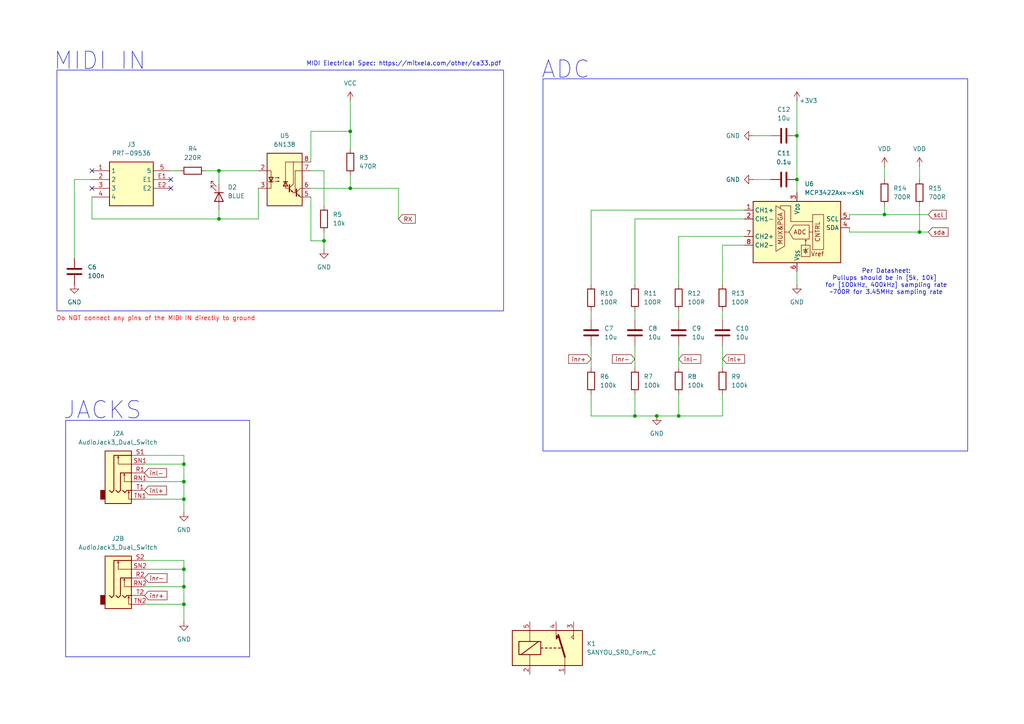
<source format=kicad_sch>
(kicad_sch
	(version 20231120)
	(generator "eeschema")
	(generator_version "8.0")
	(uuid "9b913d7c-1f58-4cae-82fd-e06d96dddf21")
	(paper "A4")
	(lib_symbols
		(symbol "Analog_ADC:MCP3422Axx-xSN"
			(exclude_from_sim no)
			(in_bom yes)
			(on_board yes)
			(property "Reference" "U"
				(at -11.43 8.89 0)
				(effects
					(font
						(size 1.27 1.27)
					)
					(justify right)
				)
			)
			(property "Value" "MCP3422Axx-xSN"
				(at 20.32 8.89 0)
				(effects
					(font
						(size 1.27 1.27)
					)
					(justify right)
				)
			)
			(property "Footprint" "Package_SO:SOIC-8_3.9x4.9mm_P1.27mm"
				(at 21.59 -11.43 0)
				(effects
					(font
						(size 1.27 1.27)
					)
					(hide yes)
				)
			)
			(property "Datasheet" "http://ww1.microchip.com/downloads/en/DeviceDoc/22088c.pdf"
				(at 0 12.7 0)
				(effects
					(font
						(size 1.27 1.27)
					)
					(hide yes)
				)
			)
			(property "Description" "2-Channel, 18-Bit, Delta-Sigma AD-Converter, I²C Interface, Reference, SOIC-8"
				(at 0 0 0)
				(effects
					(font
						(size 1.27 1.27)
					)
					(hide yes)
				)
			)
			(property "ki_keywords" "18-Bit ADC I2C Delta-Sigma-ADC Delta-Sigma-ADC Reference 2ch"
				(at 0 0 0)
				(effects
					(font
						(size 1.27 1.27)
					)
					(hide yes)
				)
			)
			(property "ki_fp_filters" "SOIC*3.9x4.9mm*P1.27mm*"
				(at 0 0 0)
				(effects
					(font
						(size 1.27 1.27)
					)
					(hide yes)
				)
			)
			(symbol "MCP3422Axx-xSN_0_0"
				(polyline
					(pts
						(xy -6.096 6.35) (xy -3.556 4.826) (xy -3.556 -5.334) (xy -6.096 -6.858) (xy -6.096 6.35)
					)
					(stroke
						(width 0)
						(type default)
					)
					(fill
						(type none)
					)
				)
				(polyline
					(pts
						(xy 4.572 1.778) (xy -1.778 1.778) (xy -1.778 6.35) (xy -4.826 6.35) (xy -4.826 5.588)
					)
					(stroke
						(width 0)
						(type default)
					)
					(fill
						(type none)
					)
				)
				(polyline
					(pts
						(xy 3.556 0.762) (xy 3.556 -3.302) (xy -1.016 -3.302) (xy -2.286 -1.27) (xy -1.016 0.762) (xy 3.556 0.762)
					)
					(stroke
						(width 0)
						(type default)
					)
					(fill
						(type none)
					)
				)
				(text "ADC"
					(at 0.889 -1.27 0)
					(effects
						(font
							(size 1.27 1.27)
						)
					)
				)
				(text "CNTRL"
					(at 6.731 -4.191 900)
					(effects
						(font
							(size 1.27 1.27)
						)
						(justify left bottom)
					)
				)
				(text "MUX&PGA"
					(at -4.826 -0.254 900)
					(effects
						(font
							(size 1.27 1.27)
						)
					)
				)
				(text "Vref"
					(at 5.969 -7.62 0)
					(effects
						(font
							(size 1.27 1.27)
						)
					)
				)
			)
			(symbol "MCP3422Axx-xSN_0_1"
				(polyline
					(pts
						(xy -3.556 -1.27) (xy -2.286 -1.27)
					)
					(stroke
						(width 0)
						(type default)
					)
					(fill
						(type none)
					)
				)
				(polyline
					(pts
						(xy 2.032 -6.35) (xy 1.778 -6.604)
					)
					(stroke
						(width 0)
						(type default)
					)
					(fill
						(type none)
					)
				)
				(polyline
					(pts
						(xy 2.54 -5.842) (xy 2.54 -7.62)
					)
					(stroke
						(width 0)
						(type default)
					)
					(fill
						(type none)
					)
				)
				(polyline
					(pts
						(xy 2.54 -3.556) (xy 2.794 -3.81)
					)
					(stroke
						(width 0)
						(type default)
					)
					(fill
						(type none)
					)
				)
				(polyline
					(pts
						(xy 3.556 -1.27) (xy 4.572 -1.27)
					)
					(stroke
						(width 0)
						(type default)
					)
					(fill
						(type none)
					)
				)
				(polyline
					(pts
						(xy 2.032 -6.35) (xy 3.048 -6.35) (xy 3.302 -6.096)
					)
					(stroke
						(width 0)
						(type default)
					)
					(fill
						(type none)
					)
				)
				(polyline
					(pts
						(xy 2.54 -5.08) (xy 2.54 -3.556) (xy 2.286 -3.81)
					)
					(stroke
						(width 0)
						(type default)
					)
					(fill
						(type none)
					)
				)
				(polyline
					(pts
						(xy 2.54 -6.35) (xy 2.032 -7.112) (xy 3.048 -7.112) (xy 2.54 -6.35)
					)
					(stroke
						(width 0)
						(type default)
					)
					(fill
						(type none)
					)
				)
				(rectangle
					(start 1.27 -5.08)
					(end 3.81 -8.382)
					(stroke
						(width 0)
						(type default)
					)
					(fill
						(type none)
					)
				)
				(rectangle
					(start 4.572 -6.35)
					(end 7.747 3.81)
					(stroke
						(width 0)
						(type default)
					)
					(fill
						(type none)
					)
				)
				(rectangle
					(start 12.7 7.62)
					(end -12.7 -10.16)
					(stroke
						(width 0.254)
						(type default)
					)
					(fill
						(type background)
					)
				)
			)
			(symbol "MCP3422Axx-xSN_1_1"
				(pin input line
					(at -15.24 5.08 0)
					(length 2.54)
					(name "CH1+"
						(effects
							(font
								(size 1.27 1.27)
							)
						)
					)
					(number "1"
						(effects
							(font
								(size 1.27 1.27)
							)
						)
					)
				)
				(pin input line
					(at -15.24 2.54 0)
					(length 2.54)
					(name "CH1-"
						(effects
							(font
								(size 1.27 1.27)
							)
						)
					)
					(number "2"
						(effects
							(font
								(size 1.27 1.27)
							)
						)
					)
				)
				(pin power_in line
					(at 0 10.16 270)
					(length 2.54)
					(name "V_{DD}"
						(effects
							(font
								(size 1.27 1.27)
							)
						)
					)
					(number "3"
						(effects
							(font
								(size 1.27 1.27)
							)
						)
					)
				)
				(pin bidirectional line
					(at 15.24 0 180)
					(length 2.54)
					(name "SDA"
						(effects
							(font
								(size 1.27 1.27)
							)
						)
					)
					(number "4"
						(effects
							(font
								(size 1.27 1.27)
							)
						)
					)
				)
				(pin input line
					(at 15.24 2.54 180)
					(length 2.54)
					(name "SCL"
						(effects
							(font
								(size 1.27 1.27)
							)
						)
					)
					(number "5"
						(effects
							(font
								(size 1.27 1.27)
							)
						)
					)
				)
				(pin power_in line
					(at 0 -12.7 90)
					(length 2.54)
					(name "V_{SS}"
						(effects
							(font
								(size 1.27 1.27)
							)
						)
					)
					(number "6"
						(effects
							(font
								(size 1.27 1.27)
							)
						)
					)
				)
				(pin input line
					(at -15.24 -2.54 0)
					(length 2.54)
					(name "CH2+"
						(effects
							(font
								(size 1.27 1.27)
							)
						)
					)
					(number "7"
						(effects
							(font
								(size 1.27 1.27)
							)
						)
					)
				)
				(pin input line
					(at -15.24 -5.08 0)
					(length 2.54)
					(name "CH2-"
						(effects
							(font
								(size 1.27 1.27)
							)
						)
					)
					(number "8"
						(effects
							(font
								(size 1.27 1.27)
							)
						)
					)
				)
			)
		)
		(symbol "Connector_Audio:AudioJack3_Dual_Switch"
			(exclude_from_sim no)
			(in_bom yes)
			(on_board yes)
			(property "Reference" "J"
				(at 0 11.43 0)
				(effects
					(font
						(size 1.27 1.27)
					)
				)
			)
			(property "Value" "AudioJack3_Dual_Switch"
				(at 0 8.89 0)
				(effects
					(font
						(size 1.27 1.27)
					)
				)
			)
			(property "Footprint" ""
				(at -1.27 0 0)
				(effects
					(font
						(size 1.27 1.27)
					)
					(hide yes)
				)
			)
			(property "Datasheet" "~"
				(at -1.27 0 0)
				(effects
					(font
						(size 1.27 1.27)
					)
					(hide yes)
				)
			)
			(property "Description" "Audio Jack, Dual, 3 Poles (Stereo / TRS), Switched Poles (Normalling)"
				(at 0 0 0)
				(effects
					(font
						(size 1.27 1.27)
					)
					(hide yes)
				)
			)
			(property "ki_keywords" "audio jack dual receptacle stereo headphones phones TRS connector"
				(at 0 0 0)
				(effects
					(font
						(size 1.27 1.27)
					)
					(hide yes)
				)
			)
			(property "ki_fp_filters" "Jack*"
				(at 0 0 0)
				(effects
					(font
						(size 1.27 1.27)
					)
					(hide yes)
				)
			)
			(symbol "AudioJack3_Dual_Switch_0_1"
				(rectangle
					(start -6.35 -5.08)
					(end -7.62 -7.62)
					(stroke
						(width 0.254)
						(type default)
					)
					(fill
						(type outline)
					)
				)
				(polyline
					(pts
						(xy -2.54 4.826) (xy -2.286 4.318)
					)
					(stroke
						(width 0)
						(type default)
					)
					(fill
						(type none)
					)
				)
				(polyline
					(pts
						(xy -0.762 -0.254) (xy -0.508 -0.762)
					)
					(stroke
						(width 0)
						(type default)
					)
					(fill
						(type none)
					)
				)
				(polyline
					(pts
						(xy 0.508 -5.334) (xy 0.762 -5.842)
					)
					(stroke
						(width 0)
						(type default)
					)
					(fill
						(type none)
					)
				)
				(polyline
					(pts
						(xy 1.27 0) (xy 2.54 0)
					)
					(stroke
						(width 0)
						(type default)
					)
					(fill
						(type none)
					)
				)
				(polyline
					(pts
						(xy 2.54 -5.08) (xy 1.27 -5.08)
					)
					(stroke
						(width 0)
						(type default)
					)
					(fill
						(type none)
					)
				)
				(polyline
					(pts
						(xy 2.54 5.08) (xy 1.27 5.08)
					)
					(stroke
						(width 0)
						(type default)
					)
					(fill
						(type none)
					)
				)
				(polyline
					(pts
						(xy -1.27 -5.08) (xy -0.635 -5.715) (xy 0 -5.08) (xy 1.27 -5.08)
					)
					(stroke
						(width 0.254)
						(type default)
					)
					(fill
						(type none)
					)
				)
				(polyline
					(pts
						(xy 2.54 -7.62) (xy 0.508 -7.62) (xy 0.508 -5.334) (xy 0.254 -5.842)
					)
					(stroke
						(width 0)
						(type default)
					)
					(fill
						(type none)
					)
				)
				(polyline
					(pts
						(xy 2.54 -2.54) (xy -0.762 -2.54) (xy -0.762 -0.254) (xy -1.016 -0.762)
					)
					(stroke
						(width 0)
						(type default)
					)
					(fill
						(type none)
					)
				)
				(polyline
					(pts
						(xy 2.54 2.54) (xy -2.54 2.54) (xy -2.54 4.826) (xy -2.794 4.318)
					)
					(stroke
						(width 0)
						(type default)
					)
					(fill
						(type none)
					)
				)
				(polyline
					(pts
						(xy -3.175 -5.08) (xy -2.54 -5.715) (xy -1.905 -5.08) (xy -1.905 0) (xy 1.27 0)
					)
					(stroke
						(width 0.254)
						(type default)
					)
					(fill
						(type none)
					)
				)
				(polyline
					(pts
						(xy 1.27 5.08) (xy -3.81 5.08) (xy -3.81 -5.08) (xy -4.445 -5.715) (xy -5.08 -5.08)
					)
					(stroke
						(width 0.254)
						(type default)
					)
					(fill
						(type none)
					)
				)
				(rectangle
					(start 1.27 6.35)
					(end -6.35 -8.89)
					(stroke
						(width 0.254)
						(type default)
					)
					(fill
						(type background)
					)
				)
			)
			(symbol "AudioJack3_Dual_Switch_1_1"
				(pin passive line
					(at 5.08 0 180)
					(length 2.54)
					(name "~"
						(effects
							(font
								(size 1.27 1.27)
							)
						)
					)
					(number "R1"
						(effects
							(font
								(size 1.27 1.27)
							)
						)
					)
				)
				(pin passive line
					(at 5.08 -2.54 180)
					(length 2.54)
					(name "~"
						(effects
							(font
								(size 1.27 1.27)
							)
						)
					)
					(number "RN1"
						(effects
							(font
								(size 1.27 1.27)
							)
						)
					)
				)
				(pin passive line
					(at 5.08 5.08 180)
					(length 2.54)
					(name "~"
						(effects
							(font
								(size 1.27 1.27)
							)
						)
					)
					(number "S1"
						(effects
							(font
								(size 1.27 1.27)
							)
						)
					)
				)
				(pin passive line
					(at 5.08 2.54 180)
					(length 2.54)
					(name "~"
						(effects
							(font
								(size 1.27 1.27)
							)
						)
					)
					(number "SN1"
						(effects
							(font
								(size 1.27 1.27)
							)
						)
					)
				)
				(pin passive line
					(at 5.08 -5.08 180)
					(length 2.54)
					(name "~"
						(effects
							(font
								(size 1.27 1.27)
							)
						)
					)
					(number "T1"
						(effects
							(font
								(size 1.27 1.27)
							)
						)
					)
				)
				(pin passive line
					(at 5.08 -7.62 180)
					(length 2.54)
					(name "~"
						(effects
							(font
								(size 1.27 1.27)
							)
						)
					)
					(number "TN1"
						(effects
							(font
								(size 1.27 1.27)
							)
						)
					)
				)
			)
			(symbol "AudioJack3_Dual_Switch_2_1"
				(pin passive line
					(at 5.08 0 180)
					(length 2.54)
					(name "~"
						(effects
							(font
								(size 1.27 1.27)
							)
						)
					)
					(number "R2"
						(effects
							(font
								(size 1.27 1.27)
							)
						)
					)
				)
				(pin passive line
					(at 5.08 -2.54 180)
					(length 2.54)
					(name "~"
						(effects
							(font
								(size 1.27 1.27)
							)
						)
					)
					(number "RN2"
						(effects
							(font
								(size 1.27 1.27)
							)
						)
					)
				)
				(pin passive line
					(at 5.08 5.08 180)
					(length 2.54)
					(name "~"
						(effects
							(font
								(size 1.27 1.27)
							)
						)
					)
					(number "S2"
						(effects
							(font
								(size 1.27 1.27)
							)
						)
					)
				)
				(pin passive line
					(at 5.08 2.54 180)
					(length 2.54)
					(name "~"
						(effects
							(font
								(size 1.27 1.27)
							)
						)
					)
					(number "SN2"
						(effects
							(font
								(size 1.27 1.27)
							)
						)
					)
				)
				(pin passive line
					(at 5.08 -5.08 180)
					(length 2.54)
					(name "~"
						(effects
							(font
								(size 1.27 1.27)
							)
						)
					)
					(number "T2"
						(effects
							(font
								(size 1.27 1.27)
							)
						)
					)
				)
				(pin passive line
					(at 5.08 -7.62 180)
					(length 2.54)
					(name "~"
						(effects
							(font
								(size 1.27 1.27)
							)
						)
					)
					(number "TN2"
						(effects
							(font
								(size 1.27 1.27)
							)
						)
					)
				)
			)
		)
		(symbol "Device:C"
			(pin_numbers hide)
			(pin_names
				(offset 0.254)
			)
			(exclude_from_sim no)
			(in_bom yes)
			(on_board yes)
			(property "Reference" "C"
				(at 0.635 2.54 0)
				(effects
					(font
						(size 1.27 1.27)
					)
					(justify left)
				)
			)
			(property "Value" "C"
				(at 0.635 -2.54 0)
				(effects
					(font
						(size 1.27 1.27)
					)
					(justify left)
				)
			)
			(property "Footprint" ""
				(at 0.9652 -3.81 0)
				(effects
					(font
						(size 1.27 1.27)
					)
					(hide yes)
				)
			)
			(property "Datasheet" "~"
				(at 0 0 0)
				(effects
					(font
						(size 1.27 1.27)
					)
					(hide yes)
				)
			)
			(property "Description" "Unpolarized capacitor"
				(at 0 0 0)
				(effects
					(font
						(size 1.27 1.27)
					)
					(hide yes)
				)
			)
			(property "ki_keywords" "cap capacitor"
				(at 0 0 0)
				(effects
					(font
						(size 1.27 1.27)
					)
					(hide yes)
				)
			)
			(property "ki_fp_filters" "C_*"
				(at 0 0 0)
				(effects
					(font
						(size 1.27 1.27)
					)
					(hide yes)
				)
			)
			(symbol "C_0_1"
				(polyline
					(pts
						(xy -2.032 -0.762) (xy 2.032 -0.762)
					)
					(stroke
						(width 0.508)
						(type default)
					)
					(fill
						(type none)
					)
				)
				(polyline
					(pts
						(xy -2.032 0.762) (xy 2.032 0.762)
					)
					(stroke
						(width 0.508)
						(type default)
					)
					(fill
						(type none)
					)
				)
			)
			(symbol "C_1_1"
				(pin passive line
					(at 0 3.81 270)
					(length 2.794)
					(name "~"
						(effects
							(font
								(size 1.27 1.27)
							)
						)
					)
					(number "1"
						(effects
							(font
								(size 1.27 1.27)
							)
						)
					)
				)
				(pin passive line
					(at 0 -3.81 90)
					(length 2.794)
					(name "~"
						(effects
							(font
								(size 1.27 1.27)
							)
						)
					)
					(number "2"
						(effects
							(font
								(size 1.27 1.27)
							)
						)
					)
				)
			)
		)
		(symbol "Device:LED"
			(pin_numbers hide)
			(pin_names
				(offset 1.016) hide)
			(exclude_from_sim no)
			(in_bom yes)
			(on_board yes)
			(property "Reference" "D"
				(at 0 2.54 0)
				(effects
					(font
						(size 1.27 1.27)
					)
				)
			)
			(property "Value" "LED"
				(at 0 -2.54 0)
				(effects
					(font
						(size 1.27 1.27)
					)
				)
			)
			(property "Footprint" ""
				(at 0 0 0)
				(effects
					(font
						(size 1.27 1.27)
					)
					(hide yes)
				)
			)
			(property "Datasheet" "~"
				(at 0 0 0)
				(effects
					(font
						(size 1.27 1.27)
					)
					(hide yes)
				)
			)
			(property "Description" "Light emitting diode"
				(at 0 0 0)
				(effects
					(font
						(size 1.27 1.27)
					)
					(hide yes)
				)
			)
			(property "ki_keywords" "LED diode"
				(at 0 0 0)
				(effects
					(font
						(size 1.27 1.27)
					)
					(hide yes)
				)
			)
			(property "ki_fp_filters" "LED* LED_SMD:* LED_THT:*"
				(at 0 0 0)
				(effects
					(font
						(size 1.27 1.27)
					)
					(hide yes)
				)
			)
			(symbol "LED_0_1"
				(polyline
					(pts
						(xy -1.27 -1.27) (xy -1.27 1.27)
					)
					(stroke
						(width 0.254)
						(type default)
					)
					(fill
						(type none)
					)
				)
				(polyline
					(pts
						(xy -1.27 0) (xy 1.27 0)
					)
					(stroke
						(width 0)
						(type default)
					)
					(fill
						(type none)
					)
				)
				(polyline
					(pts
						(xy 1.27 -1.27) (xy 1.27 1.27) (xy -1.27 0) (xy 1.27 -1.27)
					)
					(stroke
						(width 0.254)
						(type default)
					)
					(fill
						(type none)
					)
				)
				(polyline
					(pts
						(xy -3.048 -0.762) (xy -4.572 -2.286) (xy -3.81 -2.286) (xy -4.572 -2.286) (xy -4.572 -1.524)
					)
					(stroke
						(width 0)
						(type default)
					)
					(fill
						(type none)
					)
				)
				(polyline
					(pts
						(xy -1.778 -0.762) (xy -3.302 -2.286) (xy -2.54 -2.286) (xy -3.302 -2.286) (xy -3.302 -1.524)
					)
					(stroke
						(width 0)
						(type default)
					)
					(fill
						(type none)
					)
				)
			)
			(symbol "LED_1_1"
				(pin passive line
					(at -3.81 0 0)
					(length 2.54)
					(name "K"
						(effects
							(font
								(size 1.27 1.27)
							)
						)
					)
					(number "1"
						(effects
							(font
								(size 1.27 1.27)
							)
						)
					)
				)
				(pin passive line
					(at 3.81 0 180)
					(length 2.54)
					(name "A"
						(effects
							(font
								(size 1.27 1.27)
							)
						)
					)
					(number "2"
						(effects
							(font
								(size 1.27 1.27)
							)
						)
					)
				)
			)
		)
		(symbol "Device:R"
			(pin_numbers hide)
			(pin_names
				(offset 0)
			)
			(exclude_from_sim no)
			(in_bom yes)
			(on_board yes)
			(property "Reference" "R"
				(at 2.032 0 90)
				(effects
					(font
						(size 1.27 1.27)
					)
				)
			)
			(property "Value" "R"
				(at 0 0 90)
				(effects
					(font
						(size 1.27 1.27)
					)
				)
			)
			(property "Footprint" ""
				(at -1.778 0 90)
				(effects
					(font
						(size 1.27 1.27)
					)
					(hide yes)
				)
			)
			(property "Datasheet" "~"
				(at 0 0 0)
				(effects
					(font
						(size 1.27 1.27)
					)
					(hide yes)
				)
			)
			(property "Description" "Resistor"
				(at 0 0 0)
				(effects
					(font
						(size 1.27 1.27)
					)
					(hide yes)
				)
			)
			(property "ki_keywords" "R res resistor"
				(at 0 0 0)
				(effects
					(font
						(size 1.27 1.27)
					)
					(hide yes)
				)
			)
			(property "ki_fp_filters" "R_*"
				(at 0 0 0)
				(effects
					(font
						(size 1.27 1.27)
					)
					(hide yes)
				)
			)
			(symbol "R_0_1"
				(rectangle
					(start -1.016 -2.54)
					(end 1.016 2.54)
					(stroke
						(width 0.254)
						(type default)
					)
					(fill
						(type none)
					)
				)
			)
			(symbol "R_1_1"
				(pin passive line
					(at 0 3.81 270)
					(length 1.27)
					(name "~"
						(effects
							(font
								(size 1.27 1.27)
							)
						)
					)
					(number "1"
						(effects
							(font
								(size 1.27 1.27)
							)
						)
					)
				)
				(pin passive line
					(at 0 -3.81 90)
					(length 1.27)
					(name "~"
						(effects
							(font
								(size 1.27 1.27)
							)
						)
					)
					(number "2"
						(effects
							(font
								(size 1.27 1.27)
							)
						)
					)
				)
			)
		)
		(symbol "Isolator:6N138"
			(pin_names
				(offset 1.016) hide)
			(exclude_from_sim no)
			(in_bom yes)
			(on_board yes)
			(property "Reference" "U"
				(at -4.064 8.89 0)
				(effects
					(font
						(size 1.27 1.27)
					)
				)
			)
			(property "Value" "6N138"
				(at 2.286 8.89 0)
				(effects
					(font
						(size 1.27 1.27)
					)
				)
			)
			(property "Footprint" ""
				(at 7.366 -7.62 0)
				(effects
					(font
						(size 1.27 1.27)
					)
					(hide yes)
				)
			)
			(property "Datasheet" "http://www.onsemi.com/pub/Collateral/HCPL2731-D.pdf"
				(at 7.366 -7.62 0)
				(effects
					(font
						(size 1.27 1.27)
					)
					(hide yes)
				)
			)
			(property "Description" "Low Input Current high Gain Split Darlington Optocouplers, -0.5V to 7V VDD, DIP-8"
				(at 0 0 0)
				(effects
					(font
						(size 1.27 1.27)
					)
					(hide yes)
				)
			)
			(property "ki_keywords" "darlington optocoupler"
				(at 0 0 0)
				(effects
					(font
						(size 1.27 1.27)
					)
					(hide yes)
				)
			)
			(property "ki_fp_filters" "DIP*W7.62mm* SMDIP*W9.53mm*"
				(at 0 0 0)
				(effects
					(font
						(size 1.27 1.27)
					)
					(hide yes)
				)
			)
			(symbol "6N138_0_1"
				(rectangle
					(start -5.08 7.62)
					(end 5.08 -7.62)
					(stroke
						(width 0.254)
						(type default)
					)
					(fill
						(type background)
					)
				)
				(polyline
					(pts
						(xy -4.572 -0.635) (xy -3.302 -0.635)
					)
					(stroke
						(width 0.254)
						(type default)
					)
					(fill
						(type none)
					)
				)
				(polyline
					(pts
						(xy 0.889 -0.635) (xy -0.381 -0.635)
					)
					(stroke
						(width 0.254)
						(type default)
					)
					(fill
						(type none)
					)
				)
				(polyline
					(pts
						(xy 1.397 -2.667) (xy 2.54 -3.81)
					)
					(stroke
						(width 0)
						(type default)
					)
					(fill
						(type none)
					)
				)
				(polyline
					(pts
						(xy 1.397 -2.413) (xy 2.54 -1.27)
					)
					(stroke
						(width 0)
						(type default)
					)
					(fill
						(type none)
					)
				)
				(polyline
					(pts
						(xy 2.54 -3.81) (xy 3.175 -3.81)
					)
					(stroke
						(width 0)
						(type default)
					)
					(fill
						(type none)
					)
				)
				(polyline
					(pts
						(xy 3.429 -3.937) (xy 4.572 -5.08)
					)
					(stroke
						(width 0)
						(type default)
					)
					(fill
						(type none)
					)
				)
				(polyline
					(pts
						(xy 3.429 -3.683) (xy 4.572 -2.54)
					)
					(stroke
						(width 0)
						(type default)
					)
					(fill
						(type none)
					)
				)
				(polyline
					(pts
						(xy 4.572 -5.08) (xy 5.08 -5.08)
					)
					(stroke
						(width 0)
						(type default)
					)
					(fill
						(type none)
					)
				)
				(polyline
					(pts
						(xy 4.572 -2.54) (xy 5.08 -2.54)
					)
					(stroke
						(width 0)
						(type default)
					)
					(fill
						(type none)
					)
				)
				(polyline
					(pts
						(xy 1.397 -1.524) (xy 1.397 -3.556) (xy 1.397 -3.556)
					)
					(stroke
						(width 0.3556)
						(type default)
					)
					(fill
						(type none)
					)
				)
				(polyline
					(pts
						(xy 2.54 -1.27) (xy 2.54 5.08) (xy 5.08 5.08)
					)
					(stroke
						(width 0)
						(type default)
					)
					(fill
						(type none)
					)
				)
				(polyline
					(pts
						(xy 3.429 -2.794) (xy 3.429 -4.826) (xy 3.429 -4.826)
					)
					(stroke
						(width 0.3556)
						(type default)
					)
					(fill
						(type none)
					)
				)
				(polyline
					(pts
						(xy 5.08 2.54) (xy 3.048 2.54) (xy 3.048 -3.81)
					)
					(stroke
						(width 0)
						(type default)
					)
					(fill
						(type none)
					)
				)
				(polyline
					(pts
						(xy -5.08 -2.54) (xy -3.937 -2.54) (xy -3.937 2.54) (xy -5.08 2.54)
					)
					(stroke
						(width 0)
						(type default)
					)
					(fill
						(type none)
					)
				)
				(polyline
					(pts
						(xy -3.937 -0.635) (xy -4.572 0.635) (xy -3.302 0.635) (xy -3.937 -0.635)
					)
					(stroke
						(width 0.254)
						(type default)
					)
					(fill
						(type none)
					)
				)
				(polyline
					(pts
						(xy 0.254 -0.635) (xy 0.889 -1.905) (xy -0.381 -1.905) (xy 0.254 -0.635)
					)
					(stroke
						(width 0.254)
						(type default)
					)
					(fill
						(type none)
					)
				)
				(polyline
					(pts
						(xy 1.27 -2.54) (xy 0.254 -2.54) (xy 0.254 5.08) (xy 2.54 5.08)
					)
					(stroke
						(width 0)
						(type default)
					)
					(fill
						(type none)
					)
				)
				(polyline
					(pts
						(xy 2.413 -3.683) (xy 2.159 -3.175) (xy 1.905 -3.429) (xy 2.413 -3.683)
					)
					(stroke
						(width 0)
						(type default)
					)
					(fill
						(type none)
					)
				)
				(polyline
					(pts
						(xy 4.445 -4.953) (xy 4.191 -4.445) (xy 3.937 -4.699) (xy 4.445 -4.953)
					)
					(stroke
						(width 0)
						(type default)
					)
					(fill
						(type none)
					)
				)
				(polyline
					(pts
						(xy -2.794 -0.508) (xy -1.524 -0.508) (xy -1.905 -0.635) (xy -1.905 -0.381) (xy -1.524 -0.508)
					)
					(stroke
						(width 0)
						(type default)
					)
					(fill
						(type none)
					)
				)
				(polyline
					(pts
						(xy -2.794 0.508) (xy -1.524 0.508) (xy -1.905 0.381) (xy -1.905 0.635) (xy -1.524 0.508)
					)
					(stroke
						(width 0)
						(type default)
					)
					(fill
						(type none)
					)
				)
			)
			(symbol "6N138_1_1"
				(pin no_connect line
					(at -5.08 5.08 0)
					(length 2.54) hide
					(name "NC"
						(effects
							(font
								(size 1.27 1.27)
							)
						)
					)
					(number "1"
						(effects
							(font
								(size 1.27 1.27)
							)
						)
					)
				)
				(pin passive line
					(at -7.62 2.54 0)
					(length 2.54)
					(name "C1"
						(effects
							(font
								(size 1.27 1.27)
							)
						)
					)
					(number "2"
						(effects
							(font
								(size 1.27 1.27)
							)
						)
					)
				)
				(pin passive line
					(at -7.62 -2.54 0)
					(length 2.54)
					(name "C2"
						(effects
							(font
								(size 1.27 1.27)
							)
						)
					)
					(number "3"
						(effects
							(font
								(size 1.27 1.27)
							)
						)
					)
				)
				(pin no_connect line
					(at -5.08 -5.08 0)
					(length 2.54) hide
					(name "NC"
						(effects
							(font
								(size 1.27 1.27)
							)
						)
					)
					(number "4"
						(effects
							(font
								(size 1.27 1.27)
							)
						)
					)
				)
				(pin passive line
					(at 7.62 -5.08 180)
					(length 2.54)
					(name "GND"
						(effects
							(font
								(size 1.27 1.27)
							)
						)
					)
					(number "5"
						(effects
							(font
								(size 1.27 1.27)
							)
						)
					)
				)
				(pin passive line
					(at 7.62 -2.54 180)
					(length 2.54)
					(name "VO2"
						(effects
							(font
								(size 1.27 1.27)
							)
						)
					)
					(number "6"
						(effects
							(font
								(size 1.27 1.27)
							)
						)
					)
				)
				(pin passive line
					(at 7.62 2.54 180)
					(length 2.54)
					(name "VO1"
						(effects
							(font
								(size 1.27 1.27)
							)
						)
					)
					(number "7"
						(effects
							(font
								(size 1.27 1.27)
							)
						)
					)
				)
				(pin passive line
					(at 7.62 5.08 180)
					(length 2.54)
					(name "VCC"
						(effects
							(font
								(size 1.27 1.27)
							)
						)
					)
					(number "8"
						(effects
							(font
								(size 1.27 1.27)
							)
						)
					)
				)
			)
		)
		(symbol "PRT-09536:PRT-09536"
			(exclude_from_sim no)
			(in_bom yes)
			(on_board yes)
			(property "Reference" "J"
				(at 19.05 7.62 0)
				(effects
					(font
						(size 1.27 1.27)
					)
					(justify left top)
				)
			)
			(property "Value" "PRT-09536"
				(at 19.05 5.08 0)
				(effects
					(font
						(size 1.27 1.27)
					)
					(justify left top)
				)
			)
			(property "Footprint" "PRT09536"
				(at 19.05 -94.92 0)
				(effects
					(font
						(size 1.27 1.27)
					)
					(justify left top)
					(hide yes)
				)
			)
			(property "Datasheet" "https://www.sparkfun.com/datasheets/Prototyping/Connectors/MIDI-RA.pdf"
				(at 19.05 -194.92 0)
				(effects
					(font
						(size 1.27 1.27)
					)
					(justify left top)
					(hide yes)
				)
			)
			(property "Description" "SparkFun Accessories MIDI Connector - Female Right Angle"
				(at 0 0 0)
				(effects
					(font
						(size 1.27 1.27)
					)
					(hide yes)
				)
			)
			(property "Height" "19.5"
				(at 19.05 -394.92 0)
				(effects
					(font
						(size 1.27 1.27)
					)
					(justify left top)
					(hide yes)
				)
			)
			(property "Mouser Part Number" "474-PRT-09536"
				(at 19.05 -494.92 0)
				(effects
					(font
						(size 1.27 1.27)
					)
					(justify left top)
					(hide yes)
				)
			)
			(property "Mouser Price/Stock" "https://www.mouser.co.uk/ProductDetail/SparkFun/PRT-09536?qs=WyAARYrbSnYl1e2cwkZPbQ%3D%3D"
				(at 19.05 -594.92 0)
				(effects
					(font
						(size 1.27 1.27)
					)
					(justify left top)
					(hide yes)
				)
			)
			(property "Manufacturer_Name" "SparkFun"
				(at 19.05 -694.92 0)
				(effects
					(font
						(size 1.27 1.27)
					)
					(justify left top)
					(hide yes)
				)
			)
			(property "Manufacturer_Part_Number" "PRT-09536"
				(at 19.05 -794.92 0)
				(effects
					(font
						(size 1.27 1.27)
					)
					(justify left top)
					(hide yes)
				)
			)
			(symbol "PRT-09536_1_1"
				(rectangle
					(start 5.08 2.54)
					(end 17.78 -10.16)
					(stroke
						(width 0.254)
						(type default)
					)
					(fill
						(type background)
					)
				)
				(pin passive line
					(at 0 0 0)
					(length 5.08)
					(name "1"
						(effects
							(font
								(size 1.27 1.27)
							)
						)
					)
					(number "1"
						(effects
							(font
								(size 1.27 1.27)
							)
						)
					)
				)
				(pin passive line
					(at 0 -2.54 0)
					(length 5.08)
					(name "2"
						(effects
							(font
								(size 1.27 1.27)
							)
						)
					)
					(number "2"
						(effects
							(font
								(size 1.27 1.27)
							)
						)
					)
				)
				(pin passive line
					(at 0 -5.08 0)
					(length 5.08)
					(name "3"
						(effects
							(font
								(size 1.27 1.27)
							)
						)
					)
					(number "3"
						(effects
							(font
								(size 1.27 1.27)
							)
						)
					)
				)
				(pin passive line
					(at 0 -7.62 0)
					(length 5.08)
					(name "4"
						(effects
							(font
								(size 1.27 1.27)
							)
						)
					)
					(number "4"
						(effects
							(font
								(size 1.27 1.27)
							)
						)
					)
				)
				(pin passive line
					(at 22.86 0 180)
					(length 5.08)
					(name "5"
						(effects
							(font
								(size 1.27 1.27)
							)
						)
					)
					(number "5"
						(effects
							(font
								(size 1.27 1.27)
							)
						)
					)
				)
				(pin passive line
					(at 22.86 -2.54 180)
					(length 5.08)
					(name "E1"
						(effects
							(font
								(size 1.27 1.27)
							)
						)
					)
					(number "E1"
						(effects
							(font
								(size 1.27 1.27)
							)
						)
					)
				)
				(pin passive line
					(at 22.86 -5.08 180)
					(length 5.08)
					(name "E2"
						(effects
							(font
								(size 1.27 1.27)
							)
						)
					)
					(number "E2"
						(effects
							(font
								(size 1.27 1.27)
							)
						)
					)
				)
			)
		)
		(symbol "Relay:SANYOU_SRD_Form_C"
			(exclude_from_sim no)
			(in_bom yes)
			(on_board yes)
			(property "Reference" "K"
				(at 11.43 3.81 0)
				(effects
					(font
						(size 1.27 1.27)
					)
					(justify left)
				)
			)
			(property "Value" "SANYOU_SRD_Form_C"
				(at 11.43 1.27 0)
				(effects
					(font
						(size 1.27 1.27)
					)
					(justify left)
				)
			)
			(property "Footprint" "Relay_THT:Relay_SPDT_SANYOU_SRD_Series_Form_C"
				(at 11.43 -1.27 0)
				(effects
					(font
						(size 1.27 1.27)
					)
					(justify left)
					(hide yes)
				)
			)
			(property "Datasheet" "http://www.sanyourelay.ca/public/products/pdf/SRD.pdf"
				(at 0 0 0)
				(effects
					(font
						(size 1.27 1.27)
					)
					(hide yes)
				)
			)
			(property "Description" "Sanyo SRD relay, Single Pole Miniature Power Relay,"
				(at 0 0 0)
				(effects
					(font
						(size 1.27 1.27)
					)
					(hide yes)
				)
			)
			(property "ki_keywords" "Single Pole Relay SPDT"
				(at 0 0 0)
				(effects
					(font
						(size 1.27 1.27)
					)
					(hide yes)
				)
			)
			(property "ki_fp_filters" "Relay*SPDT*SANYOU*SRD*Series*Form*C*"
				(at 0 0 0)
				(effects
					(font
						(size 1.27 1.27)
					)
					(hide yes)
				)
			)
			(symbol "SANYOU_SRD_Form_C_0_0"
				(polyline
					(pts
						(xy 7.62 5.08) (xy 7.62 2.54) (xy 6.985 3.175) (xy 7.62 3.81)
					)
					(stroke
						(width 0)
						(type default)
					)
					(fill
						(type none)
					)
				)
			)
			(symbol "SANYOU_SRD_Form_C_0_1"
				(rectangle
					(start -10.16 5.08)
					(end 10.16 -5.08)
					(stroke
						(width 0.254)
						(type default)
					)
					(fill
						(type background)
					)
				)
				(rectangle
					(start -8.255 1.905)
					(end -1.905 -1.905)
					(stroke
						(width 0.254)
						(type default)
					)
					(fill
						(type none)
					)
				)
				(polyline
					(pts
						(xy -7.62 -1.905) (xy -2.54 1.905)
					)
					(stroke
						(width 0.254)
						(type default)
					)
					(fill
						(type none)
					)
				)
				(polyline
					(pts
						(xy -5.08 -5.08) (xy -5.08 -1.905)
					)
					(stroke
						(width 0)
						(type default)
					)
					(fill
						(type none)
					)
				)
				(polyline
					(pts
						(xy -5.08 5.08) (xy -5.08 1.905)
					)
					(stroke
						(width 0)
						(type default)
					)
					(fill
						(type none)
					)
				)
				(polyline
					(pts
						(xy -1.905 0) (xy -1.27 0)
					)
					(stroke
						(width 0.254)
						(type default)
					)
					(fill
						(type none)
					)
				)
				(polyline
					(pts
						(xy -0.635 0) (xy 0 0)
					)
					(stroke
						(width 0.254)
						(type default)
					)
					(fill
						(type none)
					)
				)
				(polyline
					(pts
						(xy 0.635 0) (xy 1.27 0)
					)
					(stroke
						(width 0.254)
						(type default)
					)
					(fill
						(type none)
					)
				)
				(polyline
					(pts
						(xy 1.905 0) (xy 2.54 0)
					)
					(stroke
						(width 0.254)
						(type default)
					)
					(fill
						(type none)
					)
				)
				(polyline
					(pts
						(xy 3.175 0) (xy 3.81 0)
					)
					(stroke
						(width 0.254)
						(type default)
					)
					(fill
						(type none)
					)
				)
				(polyline
					(pts
						(xy 5.08 -2.54) (xy 3.175 3.81)
					)
					(stroke
						(width 0.508)
						(type default)
					)
					(fill
						(type none)
					)
				)
				(polyline
					(pts
						(xy 5.08 -2.54) (xy 5.08 -5.08)
					)
					(stroke
						(width 0)
						(type default)
					)
					(fill
						(type none)
					)
				)
			)
			(symbol "SANYOU_SRD_Form_C_1_1"
				(polyline
					(pts
						(xy 2.54 3.81) (xy 3.175 3.175) (xy 2.54 2.54) (xy 2.54 5.08)
					)
					(stroke
						(width 0)
						(type default)
					)
					(fill
						(type outline)
					)
				)
				(pin passive line
					(at 5.08 -7.62 90)
					(length 2.54)
					(name "~"
						(effects
							(font
								(size 1.27 1.27)
							)
						)
					)
					(number "1"
						(effects
							(font
								(size 1.27 1.27)
							)
						)
					)
				)
				(pin passive line
					(at -5.08 -7.62 90)
					(length 2.54)
					(name "~"
						(effects
							(font
								(size 1.27 1.27)
							)
						)
					)
					(number "2"
						(effects
							(font
								(size 1.27 1.27)
							)
						)
					)
				)
				(pin passive line
					(at 7.62 7.62 270)
					(length 2.54)
					(name "~"
						(effects
							(font
								(size 1.27 1.27)
							)
						)
					)
					(number "3"
						(effects
							(font
								(size 1.27 1.27)
							)
						)
					)
				)
				(pin passive line
					(at 2.54 7.62 270)
					(length 2.54)
					(name "~"
						(effects
							(font
								(size 1.27 1.27)
							)
						)
					)
					(number "4"
						(effects
							(font
								(size 1.27 1.27)
							)
						)
					)
				)
				(pin passive line
					(at -5.08 7.62 270)
					(length 2.54)
					(name "~"
						(effects
							(font
								(size 1.27 1.27)
							)
						)
					)
					(number "5"
						(effects
							(font
								(size 1.27 1.27)
							)
						)
					)
				)
			)
		)
		(symbol "power:+3V3"
			(power)
			(pin_numbers hide)
			(pin_names
				(offset 0) hide)
			(exclude_from_sim no)
			(in_bom yes)
			(on_board yes)
			(property "Reference" "#PWR"
				(at 0 -3.81 0)
				(effects
					(font
						(size 1.27 1.27)
					)
					(hide yes)
				)
			)
			(property "Value" "+3V3"
				(at 0 3.556 0)
				(effects
					(font
						(size 1.27 1.27)
					)
				)
			)
			(property "Footprint" ""
				(at 0 0 0)
				(effects
					(font
						(size 1.27 1.27)
					)
					(hide yes)
				)
			)
			(property "Datasheet" ""
				(at 0 0 0)
				(effects
					(font
						(size 1.27 1.27)
					)
					(hide yes)
				)
			)
			(property "Description" "Power symbol creates a global label with name \"+3V3\""
				(at 0 0 0)
				(effects
					(font
						(size 1.27 1.27)
					)
					(hide yes)
				)
			)
			(property "ki_keywords" "global power"
				(at 0 0 0)
				(effects
					(font
						(size 1.27 1.27)
					)
					(hide yes)
				)
			)
			(symbol "+3V3_0_1"
				(polyline
					(pts
						(xy -0.762 1.27) (xy 0 2.54)
					)
					(stroke
						(width 0)
						(type default)
					)
					(fill
						(type none)
					)
				)
				(polyline
					(pts
						(xy 0 0) (xy 0 2.54)
					)
					(stroke
						(width 0)
						(type default)
					)
					(fill
						(type none)
					)
				)
				(polyline
					(pts
						(xy 0 2.54) (xy 0.762 1.27)
					)
					(stroke
						(width 0)
						(type default)
					)
					(fill
						(type none)
					)
				)
			)
			(symbol "+3V3_1_1"
				(pin power_in line
					(at 0 0 90)
					(length 0)
					(name "~"
						(effects
							(font
								(size 1.27 1.27)
							)
						)
					)
					(number "1"
						(effects
							(font
								(size 1.27 1.27)
							)
						)
					)
				)
			)
		)
		(symbol "power:GND"
			(power)
			(pin_numbers hide)
			(pin_names
				(offset 0) hide)
			(exclude_from_sim no)
			(in_bom yes)
			(on_board yes)
			(property "Reference" "#PWR"
				(at 0 -6.35 0)
				(effects
					(font
						(size 1.27 1.27)
					)
					(hide yes)
				)
			)
			(property "Value" "GND"
				(at 0 -3.81 0)
				(effects
					(font
						(size 1.27 1.27)
					)
				)
			)
			(property "Footprint" ""
				(at 0 0 0)
				(effects
					(font
						(size 1.27 1.27)
					)
					(hide yes)
				)
			)
			(property "Datasheet" ""
				(at 0 0 0)
				(effects
					(font
						(size 1.27 1.27)
					)
					(hide yes)
				)
			)
			(property "Description" "Power symbol creates a global label with name \"GND\" , ground"
				(at 0 0 0)
				(effects
					(font
						(size 1.27 1.27)
					)
					(hide yes)
				)
			)
			(property "ki_keywords" "global power"
				(at 0 0 0)
				(effects
					(font
						(size 1.27 1.27)
					)
					(hide yes)
				)
			)
			(symbol "GND_0_1"
				(polyline
					(pts
						(xy 0 0) (xy 0 -1.27) (xy 1.27 -1.27) (xy 0 -2.54) (xy -1.27 -1.27) (xy 0 -1.27)
					)
					(stroke
						(width 0)
						(type default)
					)
					(fill
						(type none)
					)
				)
			)
			(symbol "GND_1_1"
				(pin power_in line
					(at 0 0 270)
					(length 0)
					(name "~"
						(effects
							(font
								(size 1.27 1.27)
							)
						)
					)
					(number "1"
						(effects
							(font
								(size 1.27 1.27)
							)
						)
					)
				)
			)
		)
		(symbol "power:VCC"
			(power)
			(pin_numbers hide)
			(pin_names
				(offset 0) hide)
			(exclude_from_sim no)
			(in_bom yes)
			(on_board yes)
			(property "Reference" "#PWR"
				(at 0 -3.81 0)
				(effects
					(font
						(size 1.27 1.27)
					)
					(hide yes)
				)
			)
			(property "Value" "VCC"
				(at 0 3.556 0)
				(effects
					(font
						(size 1.27 1.27)
					)
				)
			)
			(property "Footprint" ""
				(at 0 0 0)
				(effects
					(font
						(size 1.27 1.27)
					)
					(hide yes)
				)
			)
			(property "Datasheet" ""
				(at 0 0 0)
				(effects
					(font
						(size 1.27 1.27)
					)
					(hide yes)
				)
			)
			(property "Description" "Power symbol creates a global label with name \"VCC\""
				(at 0 0 0)
				(effects
					(font
						(size 1.27 1.27)
					)
					(hide yes)
				)
			)
			(property "ki_keywords" "global power"
				(at 0 0 0)
				(effects
					(font
						(size 1.27 1.27)
					)
					(hide yes)
				)
			)
			(symbol "VCC_0_1"
				(polyline
					(pts
						(xy -0.762 1.27) (xy 0 2.54)
					)
					(stroke
						(width 0)
						(type default)
					)
					(fill
						(type none)
					)
				)
				(polyline
					(pts
						(xy 0 0) (xy 0 2.54)
					)
					(stroke
						(width 0)
						(type default)
					)
					(fill
						(type none)
					)
				)
				(polyline
					(pts
						(xy 0 2.54) (xy 0.762 1.27)
					)
					(stroke
						(width 0)
						(type default)
					)
					(fill
						(type none)
					)
				)
			)
			(symbol "VCC_1_1"
				(pin power_in line
					(at 0 0 90)
					(length 0)
					(name "~"
						(effects
							(font
								(size 1.27 1.27)
							)
						)
					)
					(number "1"
						(effects
							(font
								(size 1.27 1.27)
							)
						)
					)
				)
			)
		)
		(symbol "power:VDD"
			(power)
			(pin_numbers hide)
			(pin_names
				(offset 0) hide)
			(exclude_from_sim no)
			(in_bom yes)
			(on_board yes)
			(property "Reference" "#PWR"
				(at 0 -3.81 0)
				(effects
					(font
						(size 1.27 1.27)
					)
					(hide yes)
				)
			)
			(property "Value" "VDD"
				(at 0 3.556 0)
				(effects
					(font
						(size 1.27 1.27)
					)
				)
			)
			(property "Footprint" ""
				(at 0 0 0)
				(effects
					(font
						(size 1.27 1.27)
					)
					(hide yes)
				)
			)
			(property "Datasheet" ""
				(at 0 0 0)
				(effects
					(font
						(size 1.27 1.27)
					)
					(hide yes)
				)
			)
			(property "Description" "Power symbol creates a global label with name \"VDD\""
				(at 0 0 0)
				(effects
					(font
						(size 1.27 1.27)
					)
					(hide yes)
				)
			)
			(property "ki_keywords" "global power"
				(at 0 0 0)
				(effects
					(font
						(size 1.27 1.27)
					)
					(hide yes)
				)
			)
			(symbol "VDD_0_1"
				(polyline
					(pts
						(xy -0.762 1.27) (xy 0 2.54)
					)
					(stroke
						(width 0)
						(type default)
					)
					(fill
						(type none)
					)
				)
				(polyline
					(pts
						(xy 0 0) (xy 0 2.54)
					)
					(stroke
						(width 0)
						(type default)
					)
					(fill
						(type none)
					)
				)
				(polyline
					(pts
						(xy 0 2.54) (xy 0.762 1.27)
					)
					(stroke
						(width 0)
						(type default)
					)
					(fill
						(type none)
					)
				)
			)
			(symbol "VDD_1_1"
				(pin power_in line
					(at 0 0 90)
					(length 0)
					(name "~"
						(effects
							(font
								(size 1.27 1.27)
							)
						)
					)
					(number "1"
						(effects
							(font
								(size 1.27 1.27)
							)
						)
					)
				)
			)
		)
	)
	(junction
		(at 63.5 63.5)
		(diameter 0)
		(color 0 0 0 0)
		(uuid "0c2e4160-489c-4015-821c-2089c27810c0")
	)
	(junction
		(at 53.34 175.26)
		(diameter 0)
		(color 0 0 0 0)
		(uuid "29df1452-7f45-4c6a-a5fd-8fcdb004eed3")
	)
	(junction
		(at 266.7 67.31)
		(diameter 0)
		(color 0 0 0 0)
		(uuid "2bf1988a-c789-47b6-8c92-24a08fd5671b")
	)
	(junction
		(at 63.5 49.53)
		(diameter 0)
		(color 0 0 0 0)
		(uuid "32477d1f-f014-43b5-bc3d-a972d9f951d5")
	)
	(junction
		(at 101.6 54.61)
		(diameter 0)
		(color 0 0 0 0)
		(uuid "59a69715-b967-4926-a0cf-b26221089599")
	)
	(junction
		(at 256.54 62.23)
		(diameter 0)
		(color 0 0 0 0)
		(uuid "715af210-89ca-4ede-b481-cdca791e4928")
	)
	(junction
		(at 53.34 134.62)
		(diameter 0)
		(color 0 0 0 0)
		(uuid "751365b7-a633-4a47-a9ec-c8f5618dcbbb")
	)
	(junction
		(at 190.5 120.65)
		(diameter 0)
		(color 0 0 0 0)
		(uuid "8c2ba0e4-aa3c-4379-a6ab-23b7481a2208")
	)
	(junction
		(at 53.34 165.1)
		(diameter 0)
		(color 0 0 0 0)
		(uuid "95e1b955-76ed-4064-922a-148f10e53e93")
	)
	(junction
		(at 101.6 38.1)
		(diameter 0)
		(color 0 0 0 0)
		(uuid "9958abd4-eb19-4ccd-a659-90d47080fca2")
	)
	(junction
		(at 53.34 139.7)
		(diameter 0)
		(color 0 0 0 0)
		(uuid "9dd87da7-1234-40b0-a807-ba2a4566ce52")
	)
	(junction
		(at 231.14 52.07)
		(diameter 0)
		(color 0 0 0 0)
		(uuid "a0c4e79b-a01b-49d1-ad74-bf4fdb27f4af")
	)
	(junction
		(at 53.34 144.78)
		(diameter 0)
		(color 0 0 0 0)
		(uuid "a815094f-f32f-4ca3-b3a9-aa39aa272dc1")
	)
	(junction
		(at 196.85 120.65)
		(diameter 0)
		(color 0 0 0 0)
		(uuid "ae572be5-355a-4032-8fa2-a675339da0ae")
	)
	(junction
		(at 184.15 120.65)
		(diameter 0)
		(color 0 0 0 0)
		(uuid "c075b6ed-5b64-41e0-9e56-139eb1c7e0e1")
	)
	(junction
		(at 93.98 69.85)
		(diameter 0)
		(color 0 0 0 0)
		(uuid "c3b4e0a2-bbf4-40d8-9c95-c8fb57f2bfbb")
	)
	(junction
		(at 231.14 39.37)
		(diameter 0)
		(color 0 0 0 0)
		(uuid "d15d47da-317b-4b8d-b4f5-ac6d0ce28275")
	)
	(junction
		(at 53.34 170.18)
		(diameter 0)
		(color 0 0 0 0)
		(uuid "d79cd461-e7f3-472f-9241-5242370c2917")
	)
	(no_connect
		(at 49.53 54.61)
		(uuid "3d11472c-0206-463e-9da0-0ca221bb6ef6")
	)
	(no_connect
		(at 26.67 54.61)
		(uuid "5c1663d9-d844-45ab-aa12-a158ece464ad")
	)
	(no_connect
		(at 49.53 52.07)
		(uuid "ad8f7cf7-122c-49d2-8584-7701840be507")
	)
	(no_connect
		(at 26.67 49.53)
		(uuid "cba99456-21bc-4574-b939-5b3949c5a5c0")
	)
	(wire
		(pts
			(xy 256.54 59.69) (xy 256.54 62.23)
		)
		(stroke
			(width 0)
			(type default)
		)
		(uuid "0547e9a8-3162-4233-a1d6-f544bb8ba117")
	)
	(wire
		(pts
			(xy 231.14 78.74) (xy 231.14 82.55)
		)
		(stroke
			(width 0)
			(type default)
		)
		(uuid "05522564-7196-4910-b2b8-1dc6495d6fbf")
	)
	(wire
		(pts
			(xy 53.34 134.62) (xy 53.34 139.7)
		)
		(stroke
			(width 0)
			(type default)
		)
		(uuid "058a1d95-7cd7-48b9-a3ed-d7a548261a08")
	)
	(wire
		(pts
			(xy 246.38 63.5) (xy 246.38 62.23)
		)
		(stroke
			(width 0)
			(type default)
		)
		(uuid "05eef57e-51f3-447c-a710-bfb044958503")
	)
	(wire
		(pts
			(xy 266.7 48.26) (xy 266.7 52.07)
		)
		(stroke
			(width 0)
			(type default)
		)
		(uuid "07c403d2-8229-44fe-9c38-39bedb053f73")
	)
	(wire
		(pts
			(xy 231.14 29.21) (xy 231.14 39.37)
		)
		(stroke
			(width 0)
			(type default)
		)
		(uuid "090f3178-6a84-4fb6-b347-da5d7ded73f3")
	)
	(wire
		(pts
			(xy 63.5 49.53) (xy 63.5 53.34)
		)
		(stroke
			(width 0)
			(type default)
		)
		(uuid "0c2ece85-48d9-4a18-9b0d-7fe36992efd7")
	)
	(wire
		(pts
			(xy 21.59 52.07) (xy 21.59 74.93)
		)
		(stroke
			(width 0)
			(type default)
		)
		(uuid "10a5b8bf-2bce-4a6e-b9d6-cfa100f2bb9f")
	)
	(wire
		(pts
			(xy 63.5 60.96) (xy 63.5 63.5)
		)
		(stroke
			(width 0)
			(type default)
		)
		(uuid "15ecee12-c26b-445a-ad58-621db46e69b6")
	)
	(wire
		(pts
			(xy 196.85 90.17) (xy 196.85 92.71)
		)
		(stroke
			(width 0)
			(type default)
		)
		(uuid "1bfed670-1b7d-4add-b86c-f8f655977c41")
	)
	(wire
		(pts
			(xy 231.14 52.07) (xy 231.14 55.88)
		)
		(stroke
			(width 0)
			(type default)
		)
		(uuid "1c0e4726-58cb-40b7-aa60-c19e589318a9")
	)
	(wire
		(pts
			(xy 101.6 38.1) (xy 101.6 43.18)
		)
		(stroke
			(width 0)
			(type default)
		)
		(uuid "1c575f41-0f20-4d9e-a583-a49b5715fe20")
	)
	(wire
		(pts
			(xy 196.85 120.65) (xy 209.55 120.65)
		)
		(stroke
			(width 0)
			(type default)
		)
		(uuid "21afa2b9-74a7-468d-9a05-88dcbb7bdcb5")
	)
	(wire
		(pts
			(xy 59.69 49.53) (xy 63.5 49.53)
		)
		(stroke
			(width 0)
			(type default)
		)
		(uuid "2df2edc7-fc00-4443-9606-a91fe7907770")
	)
	(wire
		(pts
			(xy 26.67 63.5) (xy 63.5 63.5)
		)
		(stroke
			(width 0)
			(type default)
		)
		(uuid "2fe1839e-3229-493f-b4b5-7a7b422a3d85")
	)
	(wire
		(pts
			(xy 101.6 38.1) (xy 101.6 29.21)
		)
		(stroke
			(width 0)
			(type default)
		)
		(uuid "34703c03-2575-419f-b01f-a0467e6a0f36")
	)
	(wire
		(pts
			(xy 209.55 100.33) (xy 209.55 106.68)
		)
		(stroke
			(width 0)
			(type default)
		)
		(uuid "3531abbf-2d29-490a-9eec-41c6dfe19c83")
	)
	(wire
		(pts
			(xy 215.9 63.5) (xy 184.15 63.5)
		)
		(stroke
			(width 0)
			(type default)
		)
		(uuid "370748f5-c220-4a4c-bd9e-dda190e4d097")
	)
	(wire
		(pts
			(xy 41.91 132.08) (xy 53.34 132.08)
		)
		(stroke
			(width 0)
			(type default)
		)
		(uuid "391c4ac4-3196-4d43-bcd7-d2e0ec52e3b7")
	)
	(wire
		(pts
			(xy 26.67 52.07) (xy 21.59 52.07)
		)
		(stroke
			(width 0)
			(type default)
		)
		(uuid "41dea52c-9cb4-4d2a-87db-a2521ee47b35")
	)
	(wire
		(pts
			(xy 90.17 38.1) (xy 101.6 38.1)
		)
		(stroke
			(width 0)
			(type default)
		)
		(uuid "429cd5f0-dc37-446f-825c-89bb7bfbefa0")
	)
	(wire
		(pts
			(xy 41.91 175.26) (xy 53.34 175.26)
		)
		(stroke
			(width 0)
			(type default)
		)
		(uuid "4404cdce-b428-49a8-b044-f195a74d47b9")
	)
	(wire
		(pts
			(xy 196.85 114.3) (xy 196.85 120.65)
		)
		(stroke
			(width 0)
			(type default)
		)
		(uuid "4e35ee68-9e57-49e5-96a1-05a3c610133b")
	)
	(wire
		(pts
			(xy 101.6 54.61) (xy 115.57 54.61)
		)
		(stroke
			(width 0)
			(type default)
		)
		(uuid "51a4c4fa-b76e-4d79-9d6e-aed415533a26")
	)
	(wire
		(pts
			(xy 53.34 144.78) (xy 53.34 148.59)
		)
		(stroke
			(width 0)
			(type default)
		)
		(uuid "52f3be45-725e-4693-b9e1-ee047dba2d17")
	)
	(wire
		(pts
			(xy 53.34 162.56) (xy 53.34 165.1)
		)
		(stroke
			(width 0)
			(type default)
		)
		(uuid "540c5fb3-1137-4115-8d82-7f6ad0b14d78")
	)
	(wire
		(pts
			(xy 184.15 120.65) (xy 190.5 120.65)
		)
		(stroke
			(width 0)
			(type default)
		)
		(uuid "5430f00b-a0a9-4b93-aa4c-a4d29eaf7429")
	)
	(wire
		(pts
			(xy 93.98 49.53) (xy 93.98 59.69)
		)
		(stroke
			(width 0)
			(type default)
		)
		(uuid "545ab58a-424e-4c09-ac69-590e852f5a4c")
	)
	(wire
		(pts
			(xy 209.55 71.12) (xy 215.9 71.12)
		)
		(stroke
			(width 0)
			(type default)
		)
		(uuid "547d99c9-c3c8-45f8-9893-f2b6b9ac8c3a")
	)
	(wire
		(pts
			(xy 209.55 82.55) (xy 209.55 71.12)
		)
		(stroke
			(width 0)
			(type default)
		)
		(uuid "55f58ecd-708e-4242-8c3c-de665c72552d")
	)
	(wire
		(pts
			(xy 53.34 132.08) (xy 53.34 134.62)
		)
		(stroke
			(width 0)
			(type default)
		)
		(uuid "5dfe565f-35c5-4eb7-b1fe-3b5838933478")
	)
	(wire
		(pts
			(xy 171.45 90.17) (xy 171.45 92.71)
		)
		(stroke
			(width 0)
			(type default)
		)
		(uuid "5ecadca0-5e53-46eb-9f9b-c021cfde26a5")
	)
	(wire
		(pts
			(xy 53.34 139.7) (xy 53.34 144.78)
		)
		(stroke
			(width 0)
			(type default)
		)
		(uuid "66500128-c26e-4ad8-8e2e-db49e804c72f")
	)
	(wire
		(pts
			(xy 196.85 100.33) (xy 196.85 106.68)
		)
		(stroke
			(width 0)
			(type default)
		)
		(uuid "684a5995-cb23-4db1-862c-ab02e53516c5")
	)
	(wire
		(pts
			(xy 41.91 162.56) (xy 53.34 162.56)
		)
		(stroke
			(width 0)
			(type default)
		)
		(uuid "69d103bc-fb7d-4d80-9748-5883592e34f2")
	)
	(wire
		(pts
			(xy 231.14 39.37) (xy 231.14 52.07)
		)
		(stroke
			(width 0)
			(type default)
		)
		(uuid "6e88bc03-c30c-428f-ae5f-4387105380a8")
	)
	(wire
		(pts
			(xy 63.5 63.5) (xy 74.93 63.5)
		)
		(stroke
			(width 0)
			(type default)
		)
		(uuid "72ec8f70-14c2-4cf7-a9f1-c2cd6dc20c8f")
	)
	(wire
		(pts
			(xy 41.91 139.7) (xy 53.34 139.7)
		)
		(stroke
			(width 0)
			(type default)
		)
		(uuid "73a7896a-9418-4656-b8c1-647e6a3f7258")
	)
	(wire
		(pts
			(xy 53.34 165.1) (xy 53.34 170.18)
		)
		(stroke
			(width 0)
			(type default)
		)
		(uuid "761c5b2e-09af-4a61-b58e-1625668a7bd2")
	)
	(wire
		(pts
			(xy 90.17 54.61) (xy 101.6 54.61)
		)
		(stroke
			(width 0)
			(type default)
		)
		(uuid "77cf85bb-96b2-4d90-82ee-e99e097ec469")
	)
	(wire
		(pts
			(xy 93.98 67.31) (xy 93.98 69.85)
		)
		(stroke
			(width 0)
			(type default)
		)
		(uuid "78af666e-0b52-48f3-bc66-fe282fc7f464")
	)
	(wire
		(pts
			(xy 190.5 120.65) (xy 196.85 120.65)
		)
		(stroke
			(width 0)
			(type default)
		)
		(uuid "7b249b92-fe23-4e70-b312-fb97833f4de0")
	)
	(wire
		(pts
			(xy 90.17 46.99) (xy 90.17 38.1)
		)
		(stroke
			(width 0)
			(type default)
		)
		(uuid "7f9c6602-7c98-42a1-818a-615dd57a1fcd")
	)
	(wire
		(pts
			(xy 215.9 68.58) (xy 196.85 68.58)
		)
		(stroke
			(width 0)
			(type default)
		)
		(uuid "802bb409-30b2-42da-9266-c1ca0132c834")
	)
	(wire
		(pts
			(xy 41.91 165.1) (xy 53.34 165.1)
		)
		(stroke
			(width 0)
			(type default)
		)
		(uuid "806dc45a-1279-40e9-b031-171de478e184")
	)
	(wire
		(pts
			(xy 184.15 114.3) (xy 184.15 120.65)
		)
		(stroke
			(width 0)
			(type default)
		)
		(uuid "834a8ff6-d7b8-4c0d-8895-f8dec68a8258")
	)
	(wire
		(pts
			(xy 115.57 54.61) (xy 115.57 63.5)
		)
		(stroke
			(width 0)
			(type default)
		)
		(uuid "843f56a3-f921-4c9d-9da7-a366e35ccd1b")
	)
	(wire
		(pts
			(xy 41.91 134.62) (xy 53.34 134.62)
		)
		(stroke
			(width 0)
			(type default)
		)
		(uuid "84d06c15-2c05-43d3-b1f5-2fff8a093ae0")
	)
	(wire
		(pts
			(xy 171.45 120.65) (xy 184.15 120.65)
		)
		(stroke
			(width 0)
			(type default)
		)
		(uuid "86fd9a8c-a6f0-4019-b954-1c6835eeda4c")
	)
	(wire
		(pts
			(xy 266.7 67.31) (xy 269.24 67.31)
		)
		(stroke
			(width 0)
			(type default)
		)
		(uuid "8a2eb3c5-26a9-40ec-a15c-579b3dc63d60")
	)
	(wire
		(pts
			(xy 171.45 82.55) (xy 171.45 60.96)
		)
		(stroke
			(width 0)
			(type default)
		)
		(uuid "8ac898eb-8e20-41ff-b589-97187667f806")
	)
	(wire
		(pts
			(xy 246.38 67.31) (xy 266.7 67.31)
		)
		(stroke
			(width 0)
			(type default)
		)
		(uuid "8b290081-336f-47d3-bc9a-42cb21ca3019")
	)
	(wire
		(pts
			(xy 171.45 60.96) (xy 215.9 60.96)
		)
		(stroke
			(width 0)
			(type default)
		)
		(uuid "8cb0c514-2419-48df-bef0-98d8b44d896f")
	)
	(wire
		(pts
			(xy 53.34 175.26) (xy 53.34 180.34)
		)
		(stroke
			(width 0)
			(type default)
		)
		(uuid "947b4ae3-dd19-46a1-8ac6-0dbcc94998a5")
	)
	(wire
		(pts
			(xy 63.5 49.53) (xy 74.93 49.53)
		)
		(stroke
			(width 0)
			(type default)
		)
		(uuid "95d04c57-d94a-455f-bd9f-f7920c542f73")
	)
	(wire
		(pts
			(xy 74.93 63.5) (xy 74.93 54.61)
		)
		(stroke
			(width 0)
			(type default)
		)
		(uuid "99a55488-9390-4217-bd82-6e2b87745885")
	)
	(wire
		(pts
			(xy 256.54 48.26) (xy 256.54 52.07)
		)
		(stroke
			(width 0)
			(type default)
		)
		(uuid "9a708520-033e-43a3-a994-4bc487c9d10d")
	)
	(wire
		(pts
			(xy 218.44 52.07) (xy 223.52 52.07)
		)
		(stroke
			(width 0)
			(type default)
		)
		(uuid "9ae16737-b1e4-4a60-9fe5-880c0d09d696")
	)
	(wire
		(pts
			(xy 209.55 120.65) (xy 209.55 114.3)
		)
		(stroke
			(width 0)
			(type default)
		)
		(uuid "9bce22f2-eb68-42b9-8f19-a8e34566be23")
	)
	(wire
		(pts
			(xy 90.17 69.85) (xy 93.98 69.85)
		)
		(stroke
			(width 0)
			(type default)
		)
		(uuid "ad6d04d4-cd93-49d3-a9e0-cd1206191e3a")
	)
	(wire
		(pts
			(xy 90.17 49.53) (xy 93.98 49.53)
		)
		(stroke
			(width 0)
			(type default)
		)
		(uuid "b120203a-f363-46f9-b02e-edeca59e3a1c")
	)
	(wire
		(pts
			(xy 41.91 144.78) (xy 53.34 144.78)
		)
		(stroke
			(width 0)
			(type default)
		)
		(uuid "b57ff897-7d04-4a3f-989d-90a233a5ca39")
	)
	(wire
		(pts
			(xy 90.17 57.15) (xy 90.17 69.85)
		)
		(stroke
			(width 0)
			(type default)
		)
		(uuid "b668c7ac-14a8-4f46-a76c-79b42f6e3bdd")
	)
	(wire
		(pts
			(xy 49.53 49.53) (xy 52.07 49.53)
		)
		(stroke
			(width 0)
			(type default)
		)
		(uuid "bb9054ee-608e-404c-92fc-a4ef4feafc94")
	)
	(wire
		(pts
			(xy 184.15 63.5) (xy 184.15 82.55)
		)
		(stroke
			(width 0)
			(type default)
		)
		(uuid "be23cba2-b541-463e-855c-86cdc3806f8c")
	)
	(wire
		(pts
			(xy 184.15 90.17) (xy 184.15 92.71)
		)
		(stroke
			(width 0)
			(type default)
		)
		(uuid "c6e17b93-9149-4afc-af85-faff3ad8e906")
	)
	(wire
		(pts
			(xy 246.38 62.23) (xy 256.54 62.23)
		)
		(stroke
			(width 0)
			(type default)
		)
		(uuid "c8621b76-2aeb-407c-bf0d-87559ff40574")
	)
	(wire
		(pts
			(xy 171.45 114.3) (xy 171.45 120.65)
		)
		(stroke
			(width 0)
			(type default)
		)
		(uuid "d371bb8d-48b4-4ebf-bb31-1863c80399bd")
	)
	(wire
		(pts
			(xy 101.6 50.8) (xy 101.6 54.61)
		)
		(stroke
			(width 0)
			(type default)
		)
		(uuid "d3a10246-e5de-4ef3-9642-3168951ae84e")
	)
	(wire
		(pts
			(xy 53.34 170.18) (xy 53.34 175.26)
		)
		(stroke
			(width 0)
			(type default)
		)
		(uuid "d47c108f-264f-4280-8875-a9df27140577")
	)
	(wire
		(pts
			(xy 26.67 63.5) (xy 26.67 57.15)
		)
		(stroke
			(width 0)
			(type default)
		)
		(uuid "db8f5cd8-5b7b-4049-90a0-d8dc7ebb1c7c")
	)
	(wire
		(pts
			(xy 196.85 68.58) (xy 196.85 82.55)
		)
		(stroke
			(width 0)
			(type default)
		)
		(uuid "df50fab2-7593-47dc-a2a9-896cbd12202e")
	)
	(wire
		(pts
			(xy 171.45 100.33) (xy 171.45 106.68)
		)
		(stroke
			(width 0)
			(type default)
		)
		(uuid "e044a230-0196-4947-b85f-ff830c3a6549")
	)
	(wire
		(pts
			(xy 41.91 170.18) (xy 53.34 170.18)
		)
		(stroke
			(width 0)
			(type default)
		)
		(uuid "e13d986e-341b-4aa7-90f1-111f844a573f")
	)
	(wire
		(pts
			(xy 246.38 66.04) (xy 246.38 67.31)
		)
		(stroke
			(width 0)
			(type default)
		)
		(uuid "e374edad-0f3e-431b-b702-b5019a2d820b")
	)
	(wire
		(pts
			(xy 256.54 62.23) (xy 269.24 62.23)
		)
		(stroke
			(width 0)
			(type default)
		)
		(uuid "e831dbbf-495f-41f8-b9ff-f0a796573998")
	)
	(wire
		(pts
			(xy 93.98 69.85) (xy 93.98 72.39)
		)
		(stroke
			(width 0)
			(type default)
		)
		(uuid "f05fd71e-327a-4732-aacd-6ecc3139340e")
	)
	(wire
		(pts
			(xy 266.7 59.69) (xy 266.7 67.31)
		)
		(stroke
			(width 0)
			(type default)
		)
		(uuid "f59556ff-5861-498d-b5fe-54484f490fb5")
	)
	(wire
		(pts
			(xy 218.44 39.37) (xy 223.52 39.37)
		)
		(stroke
			(width 0)
			(type default)
		)
		(uuid "f59f176a-20b1-4dc4-85ee-b9371ab9be57")
	)
	(wire
		(pts
			(xy 209.55 90.17) (xy 209.55 92.71)
		)
		(stroke
			(width 0)
			(type default)
		)
		(uuid "f8deaab6-c2e4-41f6-820b-68ff4023bac4")
	)
	(wire
		(pts
			(xy 184.15 100.33) (xy 184.15 106.68)
		)
		(stroke
			(width 0)
			(type default)
		)
		(uuid "fe27b4fa-69b7-43f7-b1b2-c6bea928289b")
	)
	(rectangle
		(start 19.05 121.92)
		(end 72.39 190.5)
		(stroke
			(width 0)
			(type default)
		)
		(fill
			(type none)
		)
		(uuid 071f6110-899a-44ab-bf45-9e6c1e3802a0)
	)
	(rectangle
		(start 157.48 22.86)
		(end 280.67 130.81)
		(stroke
			(width 0)
			(type default)
		)
		(fill
			(type none)
		)
		(uuid 8f955b53-09c2-404a-b7b1-ccbdaf11bf96)
	)
	(rectangle
		(start 16.51 20.32)
		(end 146.05 90.17)
		(stroke
			(width 0)
			(type default)
		)
		(fill
			(type none)
		)
		(uuid c015d17e-17b5-4208-85fc-96df721459ef)
	)
	(text "MIDI Electrical Spec: https://mitxela.com/other/ca33.pdf"
		(exclude_from_sim no)
		(at 117.094 18.542 0)
		(effects
			(font
				(size 1.27 1.27)
			)
		)
		(uuid "25137104-4dd6-4dd5-b8d9-212a03625481")
	)
	(text "Per Datasheet:\nPullups should be in [5k, 10k] \nfor [100kHz, 400kHz] sampling rate\n~700R for 3.45MHz sampling rate"
		(exclude_from_sim no)
		(at 257.048 81.788 0)
		(effects
			(font
				(size 1.27 1.27)
			)
		)
		(uuid "25e06c6b-e48d-44aa-8ef2-5dea792a318d")
	)
	(text "MIDI IN"
		(exclude_from_sim no)
		(at 28.956 17.78 0)
		(effects
			(font
				(size 5 5)
			)
		)
		(uuid "7161e86f-e574-4263-a3a3-9e75828b45f7")
	)
	(text "Do NOT connect any pins of the MIDI IN directly to ground"
		(exclude_from_sim no)
		(at 45.212 92.456 0)
		(effects
			(font
				(size 1.27 1.27)
				(color 255 0 0 1)
			)
		)
		(uuid "9e1cf5cd-b0ae-4790-8772-31c4033c8a0c")
	)
	(text "ADC"
		(exclude_from_sim no)
		(at 164.084 20.32 0)
		(effects
			(font
				(size 5 5)
			)
		)
		(uuid "9ef99599-f714-448a-b87f-267c051ec90c")
	)
	(text "JACKS"
		(exclude_from_sim no)
		(at 29.718 119.126 0)
		(effects
			(font
				(size 5 5)
			)
		)
		(uuid "e357c39f-924e-4f48-8e87-16bb6e455ee5")
	)
	(global_label "inl+"
		(shape input)
		(at 41.91 142.24 0)
		(fields_autoplaced yes)
		(effects
			(font
				(size 1.27 1.27)
			)
			(justify left)
		)
		(uuid "0e109dd1-f8cf-4e89-93ed-b97e1c0dfef4")
		(property "Intersheetrefs" "${INTERSHEET_REFS}"
			(at 48.8866 142.24 0)
			(effects
				(font
					(size 1.27 1.27)
				)
				(justify left)
				(hide yes)
			)
		)
	)
	(global_label "scl"
		(shape input)
		(at 269.24 62.23 0)
		(fields_autoplaced yes)
		(effects
			(font
				(size 1.27 1.27)
			)
			(justify left)
		)
		(uuid "4b147d76-9a58-4abc-8acc-427acf23d454")
		(property "Intersheetrefs" "${INTERSHEET_REFS}"
			(at 275.0071 62.23 0)
			(effects
				(font
					(size 1.27 1.27)
				)
				(justify left)
				(hide yes)
			)
		)
	)
	(global_label "sda"
		(shape input)
		(at 269.24 67.31 0)
		(fields_autoplaced yes)
		(effects
			(font
				(size 1.27 1.27)
			)
			(justify left)
		)
		(uuid "5eed9d81-5c80-427b-8911-b8640f1513f0")
		(property "Intersheetrefs" "${INTERSHEET_REFS}"
			(at 275.5513 67.31 0)
			(effects
				(font
					(size 1.27 1.27)
				)
				(justify left)
				(hide yes)
			)
		)
	)
	(global_label "inr+"
		(shape input)
		(at 41.91 172.72 0)
		(fields_autoplaced yes)
		(effects
			(font
				(size 1.27 1.27)
			)
			(justify left)
		)
		(uuid "61201cf2-3e07-467f-8cb7-1b07488de615")
		(property "Intersheetrefs" "${INTERSHEET_REFS}"
			(at 49.0076 172.72 0)
			(effects
				(font
					(size 1.27 1.27)
				)
				(justify left)
				(hide yes)
			)
		)
	)
	(global_label "inr-"
		(shape input)
		(at 184.15 104.14 180)
		(fields_autoplaced yes)
		(effects
			(font
				(size 1.27 1.27)
			)
			(justify right)
		)
		(uuid "689670e4-c297-4b34-9d65-6295654ddd16")
		(property "Intersheetrefs" "${INTERSHEET_REFS}"
			(at 177.0524 104.14 0)
			(effects
				(font
					(size 1.27 1.27)
				)
				(justify right)
				(hide yes)
			)
		)
	)
	(global_label "RX"
		(shape input)
		(at 115.57 63.5 0)
		(fields_autoplaced yes)
		(effects
			(font
				(size 1.27 1.27)
			)
			(justify left)
		)
		(uuid "6dd2989b-1667-4668-bddc-b91b2751c43c")
		(property "Intersheetrefs" "${INTERSHEET_REFS}"
			(at 121.0347 63.5 0)
			(effects
				(font
					(size 1.27 1.27)
				)
				(justify left)
				(hide yes)
			)
		)
	)
	(global_label "inl-"
		(shape input)
		(at 41.91 137.16 0)
		(fields_autoplaced yes)
		(effects
			(font
				(size 1.27 1.27)
			)
			(justify left)
		)
		(uuid "8ddc8234-c103-40e2-9e2d-30ee1a98f66f")
		(property "Intersheetrefs" "${INTERSHEET_REFS}"
			(at 48.8866 137.16 0)
			(effects
				(font
					(size 1.27 1.27)
				)
				(justify left)
				(hide yes)
			)
		)
	)
	(global_label "inr+"
		(shape input)
		(at 171.45 104.14 180)
		(fields_autoplaced yes)
		(effects
			(font
				(size 1.27 1.27)
			)
			(justify right)
		)
		(uuid "b452f0a5-6c78-40fe-b039-74e5d8c51721")
		(property "Intersheetrefs" "${INTERSHEET_REFS}"
			(at 164.3524 104.14 0)
			(effects
				(font
					(size 1.27 1.27)
				)
				(justify right)
				(hide yes)
			)
		)
	)
	(global_label "inl+"
		(shape input)
		(at 209.55 104.14 0)
		(fields_autoplaced yes)
		(effects
			(font
				(size 1.27 1.27)
			)
			(justify left)
		)
		(uuid "d803dad0-fbd3-4ff0-b298-08a6d179f9f1")
		(property "Intersheetrefs" "${INTERSHEET_REFS}"
			(at 216.5266 104.14 0)
			(effects
				(font
					(size 1.27 1.27)
				)
				(justify left)
				(hide yes)
			)
		)
	)
	(global_label "inl-"
		(shape input)
		(at 196.85 104.14 0)
		(fields_autoplaced yes)
		(effects
			(font
				(size 1.27 1.27)
			)
			(justify left)
		)
		(uuid "dc178179-ce2f-41b5-b32a-0d7e164300a5")
		(property "Intersheetrefs" "${INTERSHEET_REFS}"
			(at 203.8266 104.14 0)
			(effects
				(font
					(size 1.27 1.27)
				)
				(justify left)
				(hide yes)
			)
		)
	)
	(global_label "inr-"
		(shape input)
		(at 41.91 167.64 0)
		(fields_autoplaced yes)
		(effects
			(font
				(size 1.27 1.27)
			)
			(justify left)
		)
		(uuid "fe48d7e1-c210-4c49-8cb9-ddf756a9cf41")
		(property "Intersheetrefs" "${INTERSHEET_REFS}"
			(at 49.0076 167.64 0)
			(effects
				(font
					(size 1.27 1.27)
				)
				(justify left)
				(hide yes)
			)
		)
	)
	(symbol
		(lib_id "Device:R")
		(at 184.15 86.36 0)
		(unit 1)
		(exclude_from_sim no)
		(in_bom yes)
		(on_board yes)
		(dnp no)
		(fields_autoplaced yes)
		(uuid "0552d517-d900-4c93-8957-89a1b69068b7")
		(property "Reference" "R11"
			(at 186.69 85.0899 0)
			(effects
				(font
					(size 1.27 1.27)
				)
				(justify left)
			)
		)
		(property "Value" "100R"
			(at 186.69 87.6299 0)
			(effects
				(font
					(size 1.27 1.27)
				)
				(justify left)
			)
		)
		(property "Footprint" ""
			(at 182.372 86.36 90)
			(effects
				(font
					(size 1.27 1.27)
				)
				(hide yes)
			)
		)
		(property "Datasheet" "~"
			(at 184.15 86.36 0)
			(effects
				(font
					(size 1.27 1.27)
				)
				(hide yes)
			)
		)
		(property "Description" "Resistor"
			(at 184.15 86.36 0)
			(effects
				(font
					(size 1.27 1.27)
				)
				(hide yes)
			)
		)
		(pin "2"
			(uuid "b6d9444e-16d7-40c2-a242-63ace43ecb8b")
		)
		(pin "1"
			(uuid "abfd951c-9426-4caa-8b29-a9b6a05f4b65")
		)
		(instances
			(project "Guitar-Effects-Unit"
				(path "/f3ea98a8-87f4-4de9-981b-605ff8c64319/09e62a8f-8889-48ac-9cb2-f2f94c96734a"
					(reference "R11")
					(unit 1)
				)
			)
		)
	)
	(symbol
		(lib_id "Device:R")
		(at 171.45 86.36 0)
		(unit 1)
		(exclude_from_sim no)
		(in_bom yes)
		(on_board yes)
		(dnp no)
		(fields_autoplaced yes)
		(uuid "0fa6c105-96e4-4c78-a5ca-51e4a966af42")
		(property "Reference" "R10"
			(at 173.99 85.0899 0)
			(effects
				(font
					(size 1.27 1.27)
				)
				(justify left)
			)
		)
		(property "Value" "100R"
			(at 173.99 87.6299 0)
			(effects
				(font
					(size 1.27 1.27)
				)
				(justify left)
			)
		)
		(property "Footprint" ""
			(at 169.672 86.36 90)
			(effects
				(font
					(size 1.27 1.27)
				)
				(hide yes)
			)
		)
		(property "Datasheet" "~"
			(at 171.45 86.36 0)
			(effects
				(font
					(size 1.27 1.27)
				)
				(hide yes)
			)
		)
		(property "Description" "Resistor"
			(at 171.45 86.36 0)
			(effects
				(font
					(size 1.27 1.27)
				)
				(hide yes)
			)
		)
		(pin "2"
			(uuid "466663f8-060a-482c-8da8-1af675498f82")
		)
		(pin "1"
			(uuid "ade72f40-494d-454c-b15d-698f775b9883")
		)
		(instances
			(project "Guitar-Effects-Unit"
				(path "/f3ea98a8-87f4-4de9-981b-605ff8c64319/09e62a8f-8889-48ac-9cb2-f2f94c96734a"
					(reference "R10")
					(unit 1)
				)
			)
		)
	)
	(symbol
		(lib_id "Device:C")
		(at 184.15 96.52 0)
		(unit 1)
		(exclude_from_sim no)
		(in_bom yes)
		(on_board yes)
		(dnp no)
		(fields_autoplaced yes)
		(uuid "10823cd6-437c-4459-bdc1-0080bc500e01")
		(property "Reference" "C8"
			(at 187.96 95.2499 0)
			(effects
				(font
					(size 1.27 1.27)
				)
				(justify left)
			)
		)
		(property "Value" "10u"
			(at 187.96 97.7899 0)
			(effects
				(font
					(size 1.27 1.27)
				)
				(justify left)
			)
		)
		(property "Footprint" ""
			(at 185.1152 100.33 0)
			(effects
				(font
					(size 1.27 1.27)
				)
				(hide yes)
			)
		)
		(property "Datasheet" "~"
			(at 184.15 96.52 0)
			(effects
				(font
					(size 1.27 1.27)
				)
				(hide yes)
			)
		)
		(property "Description" "Unpolarized capacitor"
			(at 184.15 96.52 0)
			(effects
				(font
					(size 1.27 1.27)
				)
				(hide yes)
			)
		)
		(pin "1"
			(uuid "0b38bdba-3457-4c95-a980-68d86cfccbdf")
		)
		(pin "2"
			(uuid "7c598545-19f8-4ebf-806d-6f047f7fd1fb")
		)
		(instances
			(project "Guitar-Effects-Unit"
				(path "/f3ea98a8-87f4-4de9-981b-605ff8c64319/09e62a8f-8889-48ac-9cb2-f2f94c96734a"
					(reference "C8")
					(unit 1)
				)
			)
		)
	)
	(symbol
		(lib_id "power:GND")
		(at 231.14 82.55 0)
		(unit 1)
		(exclude_from_sim no)
		(in_bom yes)
		(on_board yes)
		(dnp no)
		(fields_autoplaced yes)
		(uuid "131c0530-9cad-4110-a601-addd7edfbdd4")
		(property "Reference" "#PWR016"
			(at 231.14 88.9 0)
			(effects
				(font
					(size 1.27 1.27)
				)
				(hide yes)
			)
		)
		(property "Value" "GND"
			(at 231.14 87.63 0)
			(effects
				(font
					(size 1.27 1.27)
				)
			)
		)
		(property "Footprint" ""
			(at 231.14 82.55 0)
			(effects
				(font
					(size 1.27 1.27)
				)
				(hide yes)
			)
		)
		(property "Datasheet" ""
			(at 231.14 82.55 0)
			(effects
				(font
					(size 1.27 1.27)
				)
				(hide yes)
			)
		)
		(property "Description" "Power symbol creates a global label with name \"GND\" , ground"
			(at 231.14 82.55 0)
			(effects
				(font
					(size 1.27 1.27)
				)
				(hide yes)
			)
		)
		(pin "1"
			(uuid "44045983-fb53-41b9-9e4c-8a1d7cdd7d40")
		)
		(instances
			(project ""
				(path "/f3ea98a8-87f4-4de9-981b-605ff8c64319/09e62a8f-8889-48ac-9cb2-f2f94c96734a"
					(reference "#PWR016")
					(unit 1)
				)
			)
		)
	)
	(symbol
		(lib_id "Device:C")
		(at 227.33 39.37 90)
		(unit 1)
		(exclude_from_sim no)
		(in_bom yes)
		(on_board yes)
		(dnp no)
		(fields_autoplaced yes)
		(uuid "16aabf24-cc30-4e95-bd70-5e09742b123c")
		(property "Reference" "C12"
			(at 227.33 31.75 90)
			(effects
				(font
					(size 1.27 1.27)
				)
			)
		)
		(property "Value" "10u"
			(at 227.33 34.29 90)
			(effects
				(font
					(size 1.27 1.27)
				)
			)
		)
		(property "Footprint" ""
			(at 231.14 38.4048 0)
			(effects
				(font
					(size 1.27 1.27)
				)
				(hide yes)
			)
		)
		(property "Datasheet" "~"
			(at 227.33 39.37 0)
			(effects
				(font
					(size 1.27 1.27)
				)
				(hide yes)
			)
		)
		(property "Description" "Unpolarized capacitor"
			(at 227.33 39.37 0)
			(effects
				(font
					(size 1.27 1.27)
				)
				(hide yes)
			)
		)
		(pin "1"
			(uuid "97cd34e2-2d2a-4c7b-8958-2b8240100a76")
		)
		(pin "2"
			(uuid "239662ff-f78d-4bd0-815f-f22d7d2c9cc3")
		)
		(instances
			(project "Guitar-Effects-Unit"
				(path "/f3ea98a8-87f4-4de9-981b-605ff8c64319/09e62a8f-8889-48ac-9cb2-f2f94c96734a"
					(reference "C12")
					(unit 1)
				)
			)
		)
	)
	(symbol
		(lib_id "Device:R")
		(at 209.55 86.36 0)
		(unit 1)
		(exclude_from_sim no)
		(in_bom yes)
		(on_board yes)
		(dnp no)
		(fields_autoplaced yes)
		(uuid "199d904c-bbfc-429b-b06c-2509b7bb8cab")
		(property "Reference" "R13"
			(at 212.09 85.0899 0)
			(effects
				(font
					(size 1.27 1.27)
				)
				(justify left)
			)
		)
		(property "Value" "100R"
			(at 212.09 87.6299 0)
			(effects
				(font
					(size 1.27 1.27)
				)
				(justify left)
			)
		)
		(property "Footprint" ""
			(at 207.772 86.36 90)
			(effects
				(font
					(size 1.27 1.27)
				)
				(hide yes)
			)
		)
		(property "Datasheet" "~"
			(at 209.55 86.36 0)
			(effects
				(font
					(size 1.27 1.27)
				)
				(hide yes)
			)
		)
		(property "Description" "Resistor"
			(at 209.55 86.36 0)
			(effects
				(font
					(size 1.27 1.27)
				)
				(hide yes)
			)
		)
		(pin "2"
			(uuid "75b3af78-7d4f-4c9b-929d-cab0120df979")
		)
		(pin "1"
			(uuid "c0e73127-63e0-46a0-b678-7c7e4309da4f")
		)
		(instances
			(project "Guitar-Effects-Unit"
				(path "/f3ea98a8-87f4-4de9-981b-605ff8c64319/09e62a8f-8889-48ac-9cb2-f2f94c96734a"
					(reference "R13")
					(unit 1)
				)
			)
		)
	)
	(symbol
		(lib_id "Device:R")
		(at 209.55 110.49 0)
		(unit 1)
		(exclude_from_sim no)
		(in_bom yes)
		(on_board yes)
		(dnp no)
		(fields_autoplaced yes)
		(uuid "27260595-83a8-4f78-9298-fa0a1883f599")
		(property "Reference" "R9"
			(at 212.09 109.2199 0)
			(effects
				(font
					(size 1.27 1.27)
				)
				(justify left)
			)
		)
		(property "Value" "100k"
			(at 212.09 111.7599 0)
			(effects
				(font
					(size 1.27 1.27)
				)
				(justify left)
			)
		)
		(property "Footprint" ""
			(at 207.772 110.49 90)
			(effects
				(font
					(size 1.27 1.27)
				)
				(hide yes)
			)
		)
		(property "Datasheet" "~"
			(at 209.55 110.49 0)
			(effects
				(font
					(size 1.27 1.27)
				)
				(hide yes)
			)
		)
		(property "Description" "Resistor"
			(at 209.55 110.49 0)
			(effects
				(font
					(size 1.27 1.27)
				)
				(hide yes)
			)
		)
		(pin "2"
			(uuid "291423d9-56fa-468e-b59d-429afb22aee2")
		)
		(pin "1"
			(uuid "1d279832-b377-4c66-b4a0-5ec3786df64c")
		)
		(instances
			(project "Guitar-Effects-Unit"
				(path "/f3ea98a8-87f4-4de9-981b-605ff8c64319/09e62a8f-8889-48ac-9cb2-f2f94c96734a"
					(reference "R9")
					(unit 1)
				)
			)
		)
	)
	(symbol
		(lib_id "Device:LED")
		(at 63.5 57.15 270)
		(unit 1)
		(exclude_from_sim no)
		(in_bom yes)
		(on_board yes)
		(dnp no)
		(fields_autoplaced yes)
		(uuid "2f562f03-fb37-4597-bf9c-37c490d2eedd")
		(property "Reference" "D2"
			(at 66.04 54.2924 90)
			(effects
				(font
					(size 1.27 1.27)
				)
				(justify left)
			)
		)
		(property "Value" "BLUE"
			(at 66.04 56.8324 90)
			(effects
				(font
					(size 1.27 1.27)
				)
				(justify left)
			)
		)
		(property "Footprint" ""
			(at 63.5 57.15 0)
			(effects
				(font
					(size 1.27 1.27)
				)
				(hide yes)
			)
		)
		(property "Datasheet" "~"
			(at 63.5 57.15 0)
			(effects
				(font
					(size 1.27 1.27)
				)
				(hide yes)
			)
		)
		(property "Description" "Light emitting diode"
			(at 63.5 57.15 0)
			(effects
				(font
					(size 1.27 1.27)
				)
				(hide yes)
			)
		)
		(pin "1"
			(uuid "d4a03807-be84-48f2-9011-ea1d90dace9c")
		)
		(pin "2"
			(uuid "8bb5efeb-7dbb-4b34-b88c-b4e16320a514")
		)
		(instances
			(project ""
				(path "/f3ea98a8-87f4-4de9-981b-605ff8c64319/09e62a8f-8889-48ac-9cb2-f2f94c96734a"
					(reference "D2")
					(unit 1)
				)
			)
		)
	)
	(symbol
		(lib_id "Device:R")
		(at 55.88 49.53 90)
		(unit 1)
		(exclude_from_sim no)
		(in_bom yes)
		(on_board yes)
		(dnp no)
		(fields_autoplaced yes)
		(uuid "37a4b4ca-d724-425c-9471-18c7728ae31d")
		(property "Reference" "R4"
			(at 55.88 43.18 90)
			(effects
				(font
					(size 1.27 1.27)
				)
			)
		)
		(property "Value" "220R"
			(at 55.88 45.72 90)
			(effects
				(font
					(size 1.27 1.27)
				)
			)
		)
		(property "Footprint" ""
			(at 55.88 51.308 90)
			(effects
				(font
					(size 1.27 1.27)
				)
				(hide yes)
			)
		)
		(property "Datasheet" "~"
			(at 55.88 49.53 0)
			(effects
				(font
					(size 1.27 1.27)
				)
				(hide yes)
			)
		)
		(property "Description" "Resistor"
			(at 55.88 49.53 0)
			(effects
				(font
					(size 1.27 1.27)
				)
				(hide yes)
			)
		)
		(pin "1"
			(uuid "3fb802ba-7971-459e-bbfa-aec32d637f4b")
		)
		(pin "2"
			(uuid "c5aa2197-0ffb-4b9b-9126-fd535fa3dcb0")
		)
		(instances
			(project ""
				(path "/f3ea98a8-87f4-4de9-981b-605ff8c64319/09e62a8f-8889-48ac-9cb2-f2f94c96734a"
					(reference "R4")
					(unit 1)
				)
			)
		)
	)
	(symbol
		(lib_id "Connector_Audio:AudioJack3_Dual_Switch")
		(at 36.83 167.64 0)
		(unit 2)
		(exclude_from_sim no)
		(in_bom yes)
		(on_board yes)
		(dnp no)
		(fields_autoplaced yes)
		(uuid "4e99082e-aab8-4a6c-8627-1c6a9dc7cc72")
		(property "Reference" "J2"
			(at 34.2265 156.21 0)
			(effects
				(font
					(size 1.27 1.27)
				)
			)
		)
		(property "Value" "AudioJack3_Dual_Switch"
			(at 34.2265 158.75 0)
			(effects
				(font
					(size 1.27 1.27)
				)
			)
		)
		(property "Footprint" ""
			(at 35.56 167.64 0)
			(effects
				(font
					(size 1.27 1.27)
				)
				(hide yes)
			)
		)
		(property "Datasheet" "~"
			(at 35.56 167.64 0)
			(effects
				(font
					(size 1.27 1.27)
				)
				(hide yes)
			)
		)
		(property "Description" "Audio Jack, Dual, 3 Poles (Stereo / TRS), Switched Poles (Normalling)"
			(at 36.83 167.64 0)
			(effects
				(font
					(size 1.27 1.27)
				)
				(hide yes)
			)
		)
		(pin "T2"
			(uuid "2b343224-a30c-4c4f-bc04-f72de16557c8")
		)
		(pin "TN1"
			(uuid "b4070a96-17c6-4b94-8a13-c5df621c5e37")
		)
		(pin "T1"
			(uuid "51e0a01c-f14f-4e1f-a82c-0d3bee20e1a6")
		)
		(pin "SN2"
			(uuid "38f743de-672e-4f9e-916d-1d754d1f70c7")
		)
		(pin "RN1"
			(uuid "562f6c6b-18cc-46f1-8971-b90db6f1dd87")
		)
		(pin "TN2"
			(uuid "daed55c8-3a25-4ef1-aa7b-10f21d071e85")
		)
		(pin "R1"
			(uuid "2bb84a65-8cda-40db-adb8-e9d32dbdecde")
		)
		(pin "SN1"
			(uuid "89aa9225-a1bb-479b-b57f-91701942e48e")
		)
		(pin "S1"
			(uuid "6322a670-3983-49fc-9810-a17f0aad2cf7")
		)
		(pin "R2"
			(uuid "87dcb0ec-2070-439f-af2f-f184420d341b")
		)
		(pin "S2"
			(uuid "f0e79024-7195-447c-a2f0-09417d11c8ac")
		)
		(pin "RN2"
			(uuid "4d744071-edea-40eb-9657-fe1271019733")
		)
		(instances
			(project ""
				(path "/f3ea98a8-87f4-4de9-981b-605ff8c64319/09e62a8f-8889-48ac-9cb2-f2f94c96734a"
					(reference "J2")
					(unit 2)
				)
			)
		)
	)
	(symbol
		(lib_id "Device:R")
		(at 266.7 55.88 0)
		(unit 1)
		(exclude_from_sim no)
		(in_bom yes)
		(on_board yes)
		(dnp no)
		(uuid "519a7b38-fe4a-4d02-ba74-8b240a00dc2c")
		(property "Reference" "R15"
			(at 269.24 54.6099 0)
			(effects
				(font
					(size 1.27 1.27)
				)
				(justify left)
			)
		)
		(property "Value" "700R"
			(at 269.24 57.1499 0)
			(effects
				(font
					(size 1.27 1.27)
				)
				(justify left)
			)
		)
		(property "Footprint" ""
			(at 264.922 55.88 90)
			(effects
				(font
					(size 1.27 1.27)
				)
				(hide yes)
			)
		)
		(property "Datasheet" "~"
			(at 266.7 55.88 0)
			(effects
				(font
					(size 1.27 1.27)
				)
				(hide yes)
			)
		)
		(property "Description" "Resistor"
			(at 266.7 55.88 0)
			(effects
				(font
					(size 1.27 1.27)
				)
				(hide yes)
			)
		)
		(pin "2"
			(uuid "6eea3fb0-b68b-45a8-bfba-4fea58be849c")
		)
		(pin "1"
			(uuid "234e00fc-0603-416a-8990-96b120c86533")
		)
		(instances
			(project "Guitar-Effects-Unit"
				(path "/f3ea98a8-87f4-4de9-981b-605ff8c64319/09e62a8f-8889-48ac-9cb2-f2f94c96734a"
					(reference "R15")
					(unit 1)
				)
			)
		)
	)
	(symbol
		(lib_id "Device:R")
		(at 256.54 55.88 0)
		(unit 1)
		(exclude_from_sim no)
		(in_bom yes)
		(on_board yes)
		(dnp no)
		(fields_autoplaced yes)
		(uuid "52268728-93ec-4c86-a9a6-3ff85e1bd96d")
		(property "Reference" "R14"
			(at 259.08 54.6099 0)
			(effects
				(font
					(size 1.27 1.27)
				)
				(justify left)
			)
		)
		(property "Value" "700R"
			(at 259.08 57.1499 0)
			(effects
				(font
					(size 1.27 1.27)
				)
				(justify left)
			)
		)
		(property "Footprint" ""
			(at 254.762 55.88 90)
			(effects
				(font
					(size 1.27 1.27)
				)
				(hide yes)
			)
		)
		(property "Datasheet" "~"
			(at 256.54 55.88 0)
			(effects
				(font
					(size 1.27 1.27)
				)
				(hide yes)
			)
		)
		(property "Description" "Resistor"
			(at 256.54 55.88 0)
			(effects
				(font
					(size 1.27 1.27)
				)
				(hide yes)
			)
		)
		(pin "2"
			(uuid "d61dcb06-d477-48ea-9e6e-4b4f52ed2141")
		)
		(pin "1"
			(uuid "8ae8f900-c1a6-4810-96ae-23ebf7eabca8")
		)
		(instances
			(project ""
				(path "/f3ea98a8-87f4-4de9-981b-605ff8c64319/09e62a8f-8889-48ac-9cb2-f2f94c96734a"
					(reference "R14")
					(unit 1)
				)
			)
		)
	)
	(symbol
		(lib_id "Isolator:6N138")
		(at 82.55 52.07 0)
		(unit 1)
		(exclude_from_sim no)
		(in_bom yes)
		(on_board yes)
		(dnp no)
		(uuid "5529d681-31aa-4f96-8f89-b20293168c24")
		(property "Reference" "U5"
			(at 82.55 39.37 0)
			(effects
				(font
					(size 1.27 1.27)
				)
			)
		)
		(property "Value" "6N138"
			(at 82.55 41.91 0)
			(effects
				(font
					(size 1.27 1.27)
				)
			)
		)
		(property "Footprint" ""
			(at 89.916 59.69 0)
			(effects
				(font
					(size 1.27 1.27)
				)
				(hide yes)
			)
		)
		(property "Datasheet" "https://www.mouser.com/datasheet/2/149/6N138-193856.pdf"
			(at 89.916 59.69 0)
			(effects
				(font
					(size 1.27 1.27)
				)
				(hide yes)
			)
		)
		(property "Description" "Low Input Current high Gain Split Darlington Optocouplers, -0.5V to 7V VDD, DIP-8"
			(at 82.55 52.07 0)
			(effects
				(font
					(size 1.27 1.27)
				)
				(hide yes)
			)
		)
		(pin "8"
			(uuid "97400201-90f9-4d18-8b40-2a80b0aa3170")
		)
		(pin "4"
			(uuid "c13f0fa7-35e8-4fb5-9fbf-251d4a7a9f2a")
		)
		(pin "2"
			(uuid "6318b75b-78ad-46ec-b8f0-2e8d2aa9c169")
		)
		(pin "3"
			(uuid "ed8b71bf-5621-4bc3-8403-95c900bd0731")
		)
		(pin "7"
			(uuid "71b8167b-2157-4fdf-83bc-560b49577ff0")
		)
		(pin "1"
			(uuid "3024db73-884f-4725-81de-56edf3c0f5f9")
		)
		(pin "5"
			(uuid "da6b39df-00af-4535-9c6c-811374ca1efa")
		)
		(pin "6"
			(uuid "974c385b-6fd9-48e2-85db-674bea653375")
		)
		(instances
			(project ""
				(path "/f3ea98a8-87f4-4de9-981b-605ff8c64319/09e62a8f-8889-48ac-9cb2-f2f94c96734a"
					(reference "U5")
					(unit 1)
				)
			)
		)
	)
	(symbol
		(lib_id "Device:C")
		(at 21.59 78.74 0)
		(unit 1)
		(exclude_from_sim no)
		(in_bom yes)
		(on_board yes)
		(dnp no)
		(fields_autoplaced yes)
		(uuid "586e5c2e-33b1-48cf-adf9-1f2bc9e20069")
		(property "Reference" "C6"
			(at 25.4 77.4699 0)
			(effects
				(font
					(size 1.27 1.27)
				)
				(justify left)
			)
		)
		(property "Value" "100n"
			(at 25.4 80.0099 0)
			(effects
				(font
					(size 1.27 1.27)
				)
				(justify left)
			)
		)
		(property "Footprint" ""
			(at 22.5552 82.55 0)
			(effects
				(font
					(size 1.27 1.27)
				)
				(hide yes)
			)
		)
		(property "Datasheet" "~"
			(at 21.59 78.74 0)
			(effects
				(font
					(size 1.27 1.27)
				)
				(hide yes)
			)
		)
		(property "Description" "Unpolarized capacitor"
			(at 21.59 78.74 0)
			(effects
				(font
					(size 1.27 1.27)
				)
				(hide yes)
			)
		)
		(pin "1"
			(uuid "714969ab-1606-45d4-929a-2a38e3fc94d5")
		)
		(pin "2"
			(uuid "dd539fcd-3acf-4ad5-a67d-f694d00d6d5d")
		)
		(instances
			(project ""
				(path "/f3ea98a8-87f4-4de9-981b-605ff8c64319/09e62a8f-8889-48ac-9cb2-f2f94c96734a"
					(reference "C6")
					(unit 1)
				)
			)
		)
	)
	(symbol
		(lib_id "Analog_ADC:MCP3422Axx-xSN")
		(at 231.14 66.04 0)
		(unit 1)
		(exclude_from_sim no)
		(in_bom yes)
		(on_board yes)
		(dnp no)
		(fields_autoplaced yes)
		(uuid "644b4bc2-1cbd-40d2-81cd-99f16946ed8c")
		(property "Reference" "U6"
			(at 233.3341 53.34 0)
			(effects
				(font
					(size 1.27 1.27)
				)
				(justify left)
			)
		)
		(property "Value" "MCP3422Axx-xSN"
			(at 233.3341 55.88 0)
			(effects
				(font
					(size 1.27 1.27)
				)
				(justify left)
			)
		)
		(property "Footprint" "Package_SO:SOIC-8_3.9x4.9mm_P1.27mm"
			(at 252.73 77.47 0)
			(effects
				(font
					(size 1.27 1.27)
				)
				(hide yes)
			)
		)
		(property "Datasheet" "http://ww1.microchip.com/downloads/en/DeviceDoc/22088c.pdf"
			(at 231.14 53.34 0)
			(effects
				(font
					(size 1.27 1.27)
				)
				(hide yes)
			)
		)
		(property "Description" "2-Channel, 18-Bit, Delta-Sigma AD-Converter, I²C Interface, Reference, SOIC-8"
			(at 231.14 66.04 0)
			(effects
				(font
					(size 1.27 1.27)
				)
				(hide yes)
			)
		)
		(pin "8"
			(uuid "06195cd9-445a-4ef0-8307-7e33fd07f788")
		)
		(pin "6"
			(uuid "ded50c83-8aad-4a67-a149-1ac71eef3ed8")
		)
		(pin "2"
			(uuid "10ee619c-d892-4703-a3ec-4f21250c39e1")
		)
		(pin "7"
			(uuid "96a0bdc6-f322-4fae-8e3e-9526f0f97660")
		)
		(pin "3"
			(uuid "5e67a822-481d-47d7-82e6-6f4575ec3a26")
		)
		(pin "4"
			(uuid "875a2b8a-4207-456e-b3f6-c2f607a69fb4")
		)
		(pin "1"
			(uuid "36995ee7-0b30-4ca9-a5e0-a011b1204266")
		)
		(pin "5"
			(uuid "d4036505-ba42-428d-abd4-4c959bbde8e2")
		)
		(instances
			(project ""
				(path "/f3ea98a8-87f4-4de9-981b-605ff8c64319/09e62a8f-8889-48ac-9cb2-f2f94c96734a"
					(reference "U6")
					(unit 1)
				)
			)
		)
	)
	(symbol
		(lib_id "power:VDD")
		(at 266.7 48.26 0)
		(unit 1)
		(exclude_from_sim no)
		(in_bom yes)
		(on_board yes)
		(dnp no)
		(fields_autoplaced yes)
		(uuid "6f35cad0-803c-4332-b01c-e91d2dc0a7a0")
		(property "Reference" "#PWR019"
			(at 266.7 52.07 0)
			(effects
				(font
					(size 1.27 1.27)
				)
				(hide yes)
			)
		)
		(property "Value" "VDD"
			(at 266.7 43.18 0)
			(effects
				(font
					(size 1.27 1.27)
				)
			)
		)
		(property "Footprint" ""
			(at 266.7 48.26 0)
			(effects
				(font
					(size 1.27 1.27)
				)
				(hide yes)
			)
		)
		(property "Datasheet" ""
			(at 266.7 48.26 0)
			(effects
				(font
					(size 1.27 1.27)
				)
				(hide yes)
			)
		)
		(property "Description" "Power symbol creates a global label with name \"VDD\""
			(at 266.7 48.26 0)
			(effects
				(font
					(size 1.27 1.27)
				)
				(hide yes)
			)
		)
		(pin "1"
			(uuid "946cddbd-430c-43d1-a564-ce2d659cc139")
		)
		(instances
			(project "Guitar-Effects-Unit"
				(path "/f3ea98a8-87f4-4de9-981b-605ff8c64319/09e62a8f-8889-48ac-9cb2-f2f94c96734a"
					(reference "#PWR019")
					(unit 1)
				)
			)
		)
	)
	(symbol
		(lib_id "Connector_Audio:AudioJack3_Dual_Switch")
		(at 36.83 137.16 0)
		(unit 1)
		(exclude_from_sim no)
		(in_bom yes)
		(on_board yes)
		(dnp no)
		(fields_autoplaced yes)
		(uuid "7a659274-efa6-4fe5-800b-b87e2308d060")
		(property "Reference" "J2"
			(at 34.2265 125.73 0)
			(effects
				(font
					(size 1.27 1.27)
				)
			)
		)
		(property "Value" "AudioJack3_Dual_Switch"
			(at 34.2265 128.27 0)
			(effects
				(font
					(size 1.27 1.27)
				)
			)
		)
		(property "Footprint" ""
			(at 35.56 137.16 0)
			(effects
				(font
					(size 1.27 1.27)
				)
				(hide yes)
			)
		)
		(property "Datasheet" "~"
			(at 35.56 137.16 0)
			(effects
				(font
					(size 1.27 1.27)
				)
				(hide yes)
			)
		)
		(property "Description" "Audio Jack, Dual, 3 Poles (Stereo / TRS), Switched Poles (Normalling)"
			(at 36.83 137.16 0)
			(effects
				(font
					(size 1.27 1.27)
				)
				(hide yes)
			)
		)
		(pin "T2"
			(uuid "2b343224-a30c-4c4f-bc04-f72de16557c9")
		)
		(pin "TN1"
			(uuid "b4070a96-17c6-4b94-8a13-c5df621c5e38")
		)
		(pin "T1"
			(uuid "51e0a01c-f14f-4e1f-a82c-0d3bee20e1a7")
		)
		(pin "SN2"
			(uuid "38f743de-672e-4f9e-916d-1d754d1f70c8")
		)
		(pin "RN1"
			(uuid "562f6c6b-18cc-46f1-8971-b90db6f1dd88")
		)
		(pin "TN2"
			(uuid "daed55c8-3a25-4ef1-aa7b-10f21d071e86")
		)
		(pin "R1"
			(uuid "2bb84a65-8cda-40db-adb8-e9d32dbdecdf")
		)
		(pin "SN1"
			(uuid "89aa9225-a1bb-479b-b57f-91701942e48f")
		)
		(pin "S1"
			(uuid "6322a670-3983-49fc-9810-a17f0aad2cf8")
		)
		(pin "R2"
			(uuid "87dcb0ec-2070-439f-af2f-f184420d341c")
		)
		(pin "S2"
			(uuid "f0e79024-7195-447c-a2f0-09417d11c8ad")
		)
		(pin "RN2"
			(uuid "4d744071-edea-40eb-9657-fe1271019734")
		)
		(instances
			(project ""
				(path "/f3ea98a8-87f4-4de9-981b-605ff8c64319/09e62a8f-8889-48ac-9cb2-f2f94c96734a"
					(reference "J2")
					(unit 1)
				)
			)
		)
	)
	(symbol
		(lib_id "power:GND")
		(at 218.44 52.07 270)
		(unit 1)
		(exclude_from_sim no)
		(in_bom yes)
		(on_board yes)
		(dnp no)
		(fields_autoplaced yes)
		(uuid "7dd701ac-8e65-4154-8a2a-5296bc63109e")
		(property "Reference" "#PWR021"
			(at 212.09 52.07 0)
			(effects
				(font
					(size 1.27 1.27)
				)
				(hide yes)
			)
		)
		(property "Value" "GND"
			(at 214.63 52.0699 90)
			(effects
				(font
					(size 1.27 1.27)
				)
				(justify right)
			)
		)
		(property "Footprint" ""
			(at 218.44 52.07 0)
			(effects
				(font
					(size 1.27 1.27)
				)
				(hide yes)
			)
		)
		(property "Datasheet" ""
			(at 218.44 52.07 0)
			(effects
				(font
					(size 1.27 1.27)
				)
				(hide yes)
			)
		)
		(property "Description" "Power symbol creates a global label with name \"GND\" , ground"
			(at 218.44 52.07 0)
			(effects
				(font
					(size 1.27 1.27)
				)
				(hide yes)
			)
		)
		(pin "1"
			(uuid "63bcf5e1-a284-4a53-a2de-1021e7079ce1")
		)
		(instances
			(project "Guitar-Effects-Unit"
				(path "/f3ea98a8-87f4-4de9-981b-605ff8c64319/09e62a8f-8889-48ac-9cb2-f2f94c96734a"
					(reference "#PWR021")
					(unit 1)
				)
			)
		)
	)
	(symbol
		(lib_id "Device:R")
		(at 196.85 86.36 0)
		(unit 1)
		(exclude_from_sim no)
		(in_bom yes)
		(on_board yes)
		(dnp no)
		(fields_autoplaced yes)
		(uuid "81109078-e427-4f69-92f9-902cfe75360a")
		(property "Reference" "R12"
			(at 199.39 85.0899 0)
			(effects
				(font
					(size 1.27 1.27)
				)
				(justify left)
			)
		)
		(property "Value" "100R"
			(at 199.39 87.6299 0)
			(effects
				(font
					(size 1.27 1.27)
				)
				(justify left)
			)
		)
		(property "Footprint" ""
			(at 195.072 86.36 90)
			(effects
				(font
					(size 1.27 1.27)
				)
				(hide yes)
			)
		)
		(property "Datasheet" "~"
			(at 196.85 86.36 0)
			(effects
				(font
					(size 1.27 1.27)
				)
				(hide yes)
			)
		)
		(property "Description" "Resistor"
			(at 196.85 86.36 0)
			(effects
				(font
					(size 1.27 1.27)
				)
				(hide yes)
			)
		)
		(pin "2"
			(uuid "df5a6503-5481-4fa4-b222-35ccb90d4a3e")
		)
		(pin "1"
			(uuid "181cb4a8-0392-4b06-9136-34cc4f83409b")
		)
		(instances
			(project "Guitar-Effects-Unit"
				(path "/f3ea98a8-87f4-4de9-981b-605ff8c64319/09e62a8f-8889-48ac-9cb2-f2f94c96734a"
					(reference "R12")
					(unit 1)
				)
			)
		)
	)
	(symbol
		(lib_id "Device:R")
		(at 101.6 46.99 0)
		(unit 1)
		(exclude_from_sim no)
		(in_bom yes)
		(on_board yes)
		(dnp no)
		(fields_autoplaced yes)
		(uuid "83672039-b3d6-4b95-8954-cc588b11f2bc")
		(property "Reference" "R3"
			(at 104.14 45.7199 0)
			(effects
				(font
					(size 1.27 1.27)
				)
				(justify left)
			)
		)
		(property "Value" "470R"
			(at 104.14 48.2599 0)
			(effects
				(font
					(size 1.27 1.27)
				)
				(justify left)
			)
		)
		(property "Footprint" ""
			(at 99.822 46.99 90)
			(effects
				(font
					(size 1.27 1.27)
				)
				(hide yes)
			)
		)
		(property "Datasheet" "~"
			(at 101.6 46.99 0)
			(effects
				(font
					(size 1.27 1.27)
				)
				(hide yes)
			)
		)
		(property "Description" "Resistor"
			(at 101.6 46.99 0)
			(effects
				(font
					(size 1.27 1.27)
				)
				(hide yes)
			)
		)
		(pin "1"
			(uuid "46157d7b-d9b6-4ef5-99b9-3b85ae2ea7a3")
		)
		(pin "2"
			(uuid "4e24c235-ddc6-4657-8efd-c35c534853cd")
		)
		(instances
			(project ""
				(path "/f3ea98a8-87f4-4de9-981b-605ff8c64319/09e62a8f-8889-48ac-9cb2-f2f94c96734a"
					(reference "R3")
					(unit 1)
				)
			)
		)
	)
	(symbol
		(lib_id "PRT-09536:PRT-09536")
		(at 26.67 49.53 0)
		(unit 1)
		(exclude_from_sim no)
		(in_bom yes)
		(on_board yes)
		(dnp no)
		(fields_autoplaced yes)
		(uuid "8dbef531-a3c4-4102-b8ad-c9a08d9ce55d")
		(property "Reference" "J3"
			(at 38.1 41.91 0)
			(effects
				(font
					(size 1.27 1.27)
				)
			)
		)
		(property "Value" "PRT-09536"
			(at 38.1 44.45 0)
			(effects
				(font
					(size 1.27 1.27)
				)
			)
		)
		(property "Footprint" "PRT09536"
			(at 45.72 144.45 0)
			(effects
				(font
					(size 1.27 1.27)
				)
				(justify left top)
				(hide yes)
			)
		)
		(property "Datasheet" "https://www.sparkfun.com/datasheets/Prototyping/Connectors/MIDI-RA.pdf"
			(at 45.72 244.45 0)
			(effects
				(font
					(size 1.27 1.27)
				)
				(justify left top)
				(hide yes)
			)
		)
		(property "Description" "SparkFun Accessories MIDI Connector - Female Right Angle"
			(at 26.67 49.53 0)
			(effects
				(font
					(size 1.27 1.27)
				)
				(hide yes)
			)
		)
		(property "Height" "19.5"
			(at 45.72 444.45 0)
			(effects
				(font
					(size 1.27 1.27)
				)
				(justify left top)
				(hide yes)
			)
		)
		(property "Mouser Part Number" "474-PRT-09536"
			(at 45.72 544.45 0)
			(effects
				(font
					(size 1.27 1.27)
				)
				(justify left top)
				(hide yes)
			)
		)
		(property "Mouser Price/Stock" "https://www.mouser.co.uk/ProductDetail/SparkFun/PRT-09536?qs=WyAARYrbSnYl1e2cwkZPbQ%3D%3D"
			(at 45.72 644.45 0)
			(effects
				(font
					(size 1.27 1.27)
				)
				(justify left top)
				(hide yes)
			)
		)
		(property "Manufacturer_Name" "SparkFun"
			(at 45.72 744.45 0)
			(effects
				(font
					(size 1.27 1.27)
				)
				(justify left top)
				(hide yes)
			)
		)
		(property "Manufacturer_Part_Number" "PRT-09536"
			(at 45.72 844.45 0)
			(effects
				(font
					(size 1.27 1.27)
				)
				(justify left top)
				(hide yes)
			)
		)
		(pin "1"
			(uuid "fc765058-9055-47e4-ac28-81c44485ad7c")
		)
		(pin "4"
			(uuid "8f5b641c-3825-4d35-ac76-a2e0857a5253")
		)
		(pin "E2"
			(uuid "5cff3010-17c4-4969-bb7f-e6bdcbffd923")
		)
		(pin "3"
			(uuid "ea3e7452-f1f8-459f-a8e5-19b2404acc8f")
		)
		(pin "5"
			(uuid "5bc60671-d4f1-40f1-a882-031bb1ebe3de")
		)
		(pin "E1"
			(uuid "ba71266d-e0ee-4c9b-a13c-98fa2d722423")
		)
		(pin "2"
			(uuid "d14da8a6-49a5-4fd5-951f-235cdef0a6e6")
		)
		(instances
			(project ""
				(path "/f3ea98a8-87f4-4de9-981b-605ff8c64319/09e62a8f-8889-48ac-9cb2-f2f94c96734a"
					(reference "J3")
					(unit 1)
				)
			)
		)
	)
	(symbol
		(lib_id "power:GND")
		(at 93.98 72.39 0)
		(unit 1)
		(exclude_from_sim no)
		(in_bom yes)
		(on_board yes)
		(dnp no)
		(fields_autoplaced yes)
		(uuid "8e531baf-b29a-44b3-9256-e457aaee33be")
		(property "Reference" "#PWR014"
			(at 93.98 78.74 0)
			(effects
				(font
					(size 1.27 1.27)
				)
				(hide yes)
			)
		)
		(property "Value" "GND"
			(at 93.98 77.47 0)
			(effects
				(font
					(size 1.27 1.27)
				)
			)
		)
		(property "Footprint" ""
			(at 93.98 72.39 0)
			(effects
				(font
					(size 1.27 1.27)
				)
				(hide yes)
			)
		)
		(property "Datasheet" ""
			(at 93.98 72.39 0)
			(effects
				(font
					(size 1.27 1.27)
				)
				(hide yes)
			)
		)
		(property "Description" "Power symbol creates a global label with name \"GND\" , ground"
			(at 93.98 72.39 0)
			(effects
				(font
					(size 1.27 1.27)
				)
				(hide yes)
			)
		)
		(pin "1"
			(uuid "15be96ce-aeb8-465c-a69d-e62e7d1609d8")
		)
		(instances
			(project ""
				(path "/f3ea98a8-87f4-4de9-981b-605ff8c64319/09e62a8f-8889-48ac-9cb2-f2f94c96734a"
					(reference "#PWR014")
					(unit 1)
				)
			)
		)
	)
	(symbol
		(lib_id "Device:R")
		(at 93.98 63.5 0)
		(unit 1)
		(exclude_from_sim no)
		(in_bom yes)
		(on_board yes)
		(dnp no)
		(fields_autoplaced yes)
		(uuid "9beff250-99d6-456b-b64c-5df4035d9fba")
		(property "Reference" "R5"
			(at 96.52 62.2299 0)
			(effects
				(font
					(size 1.27 1.27)
				)
				(justify left)
			)
		)
		(property "Value" "10k"
			(at 96.52 64.7699 0)
			(effects
				(font
					(size 1.27 1.27)
				)
				(justify left)
			)
		)
		(property "Footprint" ""
			(at 92.202 63.5 90)
			(effects
				(font
					(size 1.27 1.27)
				)
				(hide yes)
			)
		)
		(property "Datasheet" "~"
			(at 93.98 63.5 0)
			(effects
				(font
					(size 1.27 1.27)
				)
				(hide yes)
			)
		)
		(property "Description" "Resistor"
			(at 93.98 63.5 0)
			(effects
				(font
					(size 1.27 1.27)
				)
				(hide yes)
			)
		)
		(pin "2"
			(uuid "aede0b04-7834-49f8-aef1-6310f9b7f7d7")
		)
		(pin "1"
			(uuid "37f1ef07-e591-44b3-bbc6-84004f603070")
		)
		(instances
			(project ""
				(path "/f3ea98a8-87f4-4de9-981b-605ff8c64319/09e62a8f-8889-48ac-9cb2-f2f94c96734a"
					(reference "R5")
					(unit 1)
				)
			)
		)
	)
	(symbol
		(lib_id "Device:C")
		(at 227.33 52.07 90)
		(unit 1)
		(exclude_from_sim no)
		(in_bom yes)
		(on_board yes)
		(dnp no)
		(fields_autoplaced yes)
		(uuid "ad71b857-ee5b-4fee-978b-ef717a06cb40")
		(property "Reference" "C11"
			(at 227.33 44.45 90)
			(effects
				(font
					(size 1.27 1.27)
				)
			)
		)
		(property "Value" "0.1u"
			(at 227.33 46.99 90)
			(effects
				(font
					(size 1.27 1.27)
				)
			)
		)
		(property "Footprint" ""
			(at 231.14 51.1048 0)
			(effects
				(font
					(size 1.27 1.27)
				)
				(hide yes)
			)
		)
		(property "Datasheet" "~"
			(at 227.33 52.07 0)
			(effects
				(font
					(size 1.27 1.27)
				)
				(hide yes)
			)
		)
		(property "Description" "Unpolarized capacitor"
			(at 227.33 52.07 0)
			(effects
				(font
					(size 1.27 1.27)
				)
				(hide yes)
			)
		)
		(pin "1"
			(uuid "dd5856ea-155d-44ce-9a98-172ebfc9aed5")
		)
		(pin "2"
			(uuid "92325921-f623-465c-b0e9-c092186d5189")
		)
		(instances
			(project ""
				(path "/f3ea98a8-87f4-4de9-981b-605ff8c64319/09e62a8f-8889-48ac-9cb2-f2f94c96734a"
					(reference "C11")
					(unit 1)
				)
			)
		)
	)
	(symbol
		(lib_id "Device:R")
		(at 184.15 110.49 0)
		(unit 1)
		(exclude_from_sim no)
		(in_bom yes)
		(on_board yes)
		(dnp no)
		(fields_autoplaced yes)
		(uuid "b5282e65-15b8-4731-8a94-dfba73ab5859")
		(property "Reference" "R7"
			(at 186.69 109.2199 0)
			(effects
				(font
					(size 1.27 1.27)
				)
				(justify left)
			)
		)
		(property "Value" "100k"
			(at 186.69 111.7599 0)
			(effects
				(font
					(size 1.27 1.27)
				)
				(justify left)
			)
		)
		(property "Footprint" ""
			(at 182.372 110.49 90)
			(effects
				(font
					(size 1.27 1.27)
				)
				(hide yes)
			)
		)
		(property "Datasheet" "~"
			(at 184.15 110.49 0)
			(effects
				(font
					(size 1.27 1.27)
				)
				(hide yes)
			)
		)
		(property "Description" "Resistor"
			(at 184.15 110.49 0)
			(effects
				(font
					(size 1.27 1.27)
				)
				(hide yes)
			)
		)
		(pin "2"
			(uuid "e257a3d9-faf1-4b7e-9f69-ed88018a53a6")
		)
		(pin "1"
			(uuid "95ed60d5-5dbe-4772-8101-0aee2d825630")
		)
		(instances
			(project "Guitar-Effects-Unit"
				(path "/f3ea98a8-87f4-4de9-981b-605ff8c64319/09e62a8f-8889-48ac-9cb2-f2f94c96734a"
					(reference "R7")
					(unit 1)
				)
			)
		)
	)
	(symbol
		(lib_id "power:GND")
		(at 218.44 39.37 270)
		(unit 1)
		(exclude_from_sim no)
		(in_bom yes)
		(on_board yes)
		(dnp no)
		(fields_autoplaced yes)
		(uuid "b8f5e460-6301-4101-8f11-259097b46129")
		(property "Reference" "#PWR020"
			(at 212.09 39.37 0)
			(effects
				(font
					(size 1.27 1.27)
				)
				(hide yes)
			)
		)
		(property "Value" "GND"
			(at 214.63 39.3699 90)
			(effects
				(font
					(size 1.27 1.27)
				)
				(justify right)
			)
		)
		(property "Footprint" ""
			(at 218.44 39.37 0)
			(effects
				(font
					(size 1.27 1.27)
				)
				(hide yes)
			)
		)
		(property "Datasheet" ""
			(at 218.44 39.37 0)
			(effects
				(font
					(size 1.27 1.27)
				)
				(hide yes)
			)
		)
		(property "Description" "Power symbol creates a global label with name \"GND\" , ground"
			(at 218.44 39.37 0)
			(effects
				(font
					(size 1.27 1.27)
				)
				(hide yes)
			)
		)
		(pin "1"
			(uuid "fa67bc66-89f3-46bd-ae76-59a3f08b45e4")
		)
		(instances
			(project ""
				(path "/f3ea98a8-87f4-4de9-981b-605ff8c64319/09e62a8f-8889-48ac-9cb2-f2f94c96734a"
					(reference "#PWR020")
					(unit 1)
				)
			)
		)
	)
	(symbol
		(lib_id "Device:C")
		(at 196.85 96.52 0)
		(unit 1)
		(exclude_from_sim no)
		(in_bom yes)
		(on_board yes)
		(dnp no)
		(fields_autoplaced yes)
		(uuid "c096daa2-16ad-40ca-ba6b-891ca4caf9b6")
		(property "Reference" "C9"
			(at 200.66 95.2499 0)
			(effects
				(font
					(size 1.27 1.27)
				)
				(justify left)
			)
		)
		(property "Value" "10u"
			(at 200.66 97.7899 0)
			(effects
				(font
					(size 1.27 1.27)
				)
				(justify left)
			)
		)
		(property "Footprint" ""
			(at 197.8152 100.33 0)
			(effects
				(font
					(size 1.27 1.27)
				)
				(hide yes)
			)
		)
		(property "Datasheet" "~"
			(at 196.85 96.52 0)
			(effects
				(font
					(size 1.27 1.27)
				)
				(hide yes)
			)
		)
		(property "Description" "Unpolarized capacitor"
			(at 196.85 96.52 0)
			(effects
				(font
					(size 1.27 1.27)
				)
				(hide yes)
			)
		)
		(pin "1"
			(uuid "008424c9-9270-49ec-acb3-0d4b69ccdd9b")
		)
		(pin "2"
			(uuid "f5944dc6-132b-4d77-a928-f9ad48e8375b")
		)
		(instances
			(project "Guitar-Effects-Unit"
				(path "/f3ea98a8-87f4-4de9-981b-605ff8c64319/09e62a8f-8889-48ac-9cb2-f2f94c96734a"
					(reference "C9")
					(unit 1)
				)
			)
		)
	)
	(symbol
		(lib_id "power:VCC")
		(at 101.6 29.21 0)
		(unit 1)
		(exclude_from_sim no)
		(in_bom yes)
		(on_board yes)
		(dnp no)
		(fields_autoplaced yes)
		(uuid "c0d8a0e9-2a31-4f7f-ac31-3fcc15b98578")
		(property "Reference" "#PWR011"
			(at 101.6 33.02 0)
			(effects
				(font
					(size 1.27 1.27)
				)
				(hide yes)
			)
		)
		(property "Value" "VCC"
			(at 101.6 24.13 0)
			(effects
				(font
					(size 1.27 1.27)
				)
			)
		)
		(property "Footprint" ""
			(at 101.6 29.21 0)
			(effects
				(font
					(size 1.27 1.27)
				)
				(hide yes)
			)
		)
		(property "Datasheet" ""
			(at 101.6 29.21 0)
			(effects
				(font
					(size 1.27 1.27)
				)
				(hide yes)
			)
		)
		(property "Description" "Power symbol creates a global label with name \"VCC\""
			(at 101.6 29.21 0)
			(effects
				(font
					(size 1.27 1.27)
				)
				(hide yes)
			)
		)
		(pin "1"
			(uuid "7863f71d-19f3-45dd-a470-c6cdaa6f0519")
		)
		(instances
			(project ""
				(path "/f3ea98a8-87f4-4de9-981b-605ff8c64319/09e62a8f-8889-48ac-9cb2-f2f94c96734a"
					(reference "#PWR011")
					(unit 1)
				)
			)
		)
	)
	(symbol
		(lib_id "power:GND")
		(at 190.5 120.65 0)
		(unit 1)
		(exclude_from_sim no)
		(in_bom yes)
		(on_board yes)
		(dnp no)
		(fields_autoplaced yes)
		(uuid "cb7ffc07-b46b-44ac-90ba-239fba661ae7")
		(property "Reference" "#PWR015"
			(at 190.5 127 0)
			(effects
				(font
					(size 1.27 1.27)
				)
				(hide yes)
			)
		)
		(property "Value" "GND"
			(at 190.5 125.73 0)
			(effects
				(font
					(size 1.27 1.27)
				)
			)
		)
		(property "Footprint" ""
			(at 190.5 120.65 0)
			(effects
				(font
					(size 1.27 1.27)
				)
				(hide yes)
			)
		)
		(property "Datasheet" ""
			(at 190.5 120.65 0)
			(effects
				(font
					(size 1.27 1.27)
				)
				(hide yes)
			)
		)
		(property "Description" "Power symbol creates a global label with name \"GND\" , ground"
			(at 190.5 120.65 0)
			(effects
				(font
					(size 1.27 1.27)
				)
				(hide yes)
			)
		)
		(pin "1"
			(uuid "208fc276-13bc-4439-bc45-5d1f2a48f4e3")
		)
		(instances
			(project ""
				(path "/f3ea98a8-87f4-4de9-981b-605ff8c64319/09e62a8f-8889-48ac-9cb2-f2f94c96734a"
					(reference "#PWR015")
					(unit 1)
				)
			)
		)
	)
	(symbol
		(lib_id "power:GND")
		(at 53.34 180.34 0)
		(unit 1)
		(exclude_from_sim no)
		(in_bom yes)
		(on_board yes)
		(dnp no)
		(fields_autoplaced yes)
		(uuid "cc5f09b9-153a-45a6-8c5b-506c7b6e27fd")
		(property "Reference" "#PWR013"
			(at 53.34 186.69 0)
			(effects
				(font
					(size 1.27 1.27)
				)
				(hide yes)
			)
		)
		(property "Value" "GND"
			(at 53.34 185.42 0)
			(effects
				(font
					(size 1.27 1.27)
				)
			)
		)
		(property "Footprint" ""
			(at 53.34 180.34 0)
			(effects
				(font
					(size 1.27 1.27)
				)
				(hide yes)
			)
		)
		(property "Datasheet" ""
			(at 53.34 180.34 0)
			(effects
				(font
					(size 1.27 1.27)
				)
				(hide yes)
			)
		)
		(property "Description" "Power symbol creates a global label with name \"GND\" , ground"
			(at 53.34 180.34 0)
			(effects
				(font
					(size 1.27 1.27)
				)
				(hide yes)
			)
		)
		(pin "1"
			(uuid "e4e0e327-bba5-4643-807a-d5405f7a26ee")
		)
		(instances
			(project ""
				(path "/f3ea98a8-87f4-4de9-981b-605ff8c64319/09e62a8f-8889-48ac-9cb2-f2f94c96734a"
					(reference "#PWR013")
					(unit 1)
				)
			)
		)
	)
	(symbol
		(lib_id "power:VDD")
		(at 256.54 48.26 0)
		(unit 1)
		(exclude_from_sim no)
		(in_bom yes)
		(on_board yes)
		(dnp no)
		(fields_autoplaced yes)
		(uuid "d264eee6-028c-48db-9cd3-912cc8da0b53")
		(property "Reference" "#PWR018"
			(at 256.54 52.07 0)
			(effects
				(font
					(size 1.27 1.27)
				)
				(hide yes)
			)
		)
		(property "Value" "VDD"
			(at 256.54 43.18 0)
			(effects
				(font
					(size 1.27 1.27)
				)
			)
		)
		(property "Footprint" ""
			(at 256.54 48.26 0)
			(effects
				(font
					(size 1.27 1.27)
				)
				(hide yes)
			)
		)
		(property "Datasheet" ""
			(at 256.54 48.26 0)
			(effects
				(font
					(size 1.27 1.27)
				)
				(hide yes)
			)
		)
		(property "Description" "Power symbol creates a global label with name \"VDD\""
			(at 256.54 48.26 0)
			(effects
				(font
					(size 1.27 1.27)
				)
				(hide yes)
			)
		)
		(pin "1"
			(uuid "f7ecd9e4-e30a-4fd0-90d7-7f62fa6556ce")
		)
		(instances
			(project ""
				(path "/f3ea98a8-87f4-4de9-981b-605ff8c64319/09e62a8f-8889-48ac-9cb2-f2f94c96734a"
					(reference "#PWR018")
					(unit 1)
				)
			)
		)
	)
	(symbol
		(lib_id "Device:C")
		(at 209.55 96.52 0)
		(unit 1)
		(exclude_from_sim no)
		(in_bom yes)
		(on_board yes)
		(dnp no)
		(fields_autoplaced yes)
		(uuid "d294d440-ee98-4bb0-b808-461d13c79f18")
		(property "Reference" "C10"
			(at 213.36 95.2499 0)
			(effects
				(font
					(size 1.27 1.27)
				)
				(justify left)
			)
		)
		(property "Value" "10u"
			(at 213.36 97.7899 0)
			(effects
				(font
					(size 1.27 1.27)
				)
				(justify left)
			)
		)
		(property "Footprint" ""
			(at 210.5152 100.33 0)
			(effects
				(font
					(size 1.27 1.27)
				)
				(hide yes)
			)
		)
		(property "Datasheet" "~"
			(at 209.55 96.52 0)
			(effects
				(font
					(size 1.27 1.27)
				)
				(hide yes)
			)
		)
		(property "Description" "Unpolarized capacitor"
			(at 209.55 96.52 0)
			(effects
				(font
					(size 1.27 1.27)
				)
				(hide yes)
			)
		)
		(pin "1"
			(uuid "bf04588d-501d-4d21-8d94-5a8262c1e85f")
		)
		(pin "2"
			(uuid "8a60ecda-90ed-4c0b-91d8-cd10a4bf82a2")
		)
		(instances
			(project "Guitar-Effects-Unit"
				(path "/f3ea98a8-87f4-4de9-981b-605ff8c64319/09e62a8f-8889-48ac-9cb2-f2f94c96734a"
					(reference "C10")
					(unit 1)
				)
			)
		)
	)
	(symbol
		(lib_id "power:+3V3")
		(at 231.14 29.21 0)
		(unit 1)
		(exclude_from_sim no)
		(in_bom yes)
		(on_board yes)
		(dnp no)
		(uuid "d889e8bf-3981-4d88-a86c-c151a8cc9d6e")
		(property "Reference" "#PWR017"
			(at 231.14 33.02 0)
			(effects
				(font
					(size 1.27 1.27)
				)
				(hide yes)
			)
		)
		(property "Value" "+3V3"
			(at 234.442 29.21 0)
			(effects
				(font
					(size 1.27 1.27)
				)
			)
		)
		(property "Footprint" ""
			(at 231.14 29.21 0)
			(effects
				(font
					(size 1.27 1.27)
				)
				(hide yes)
			)
		)
		(property "Datasheet" ""
			(at 231.14 29.21 0)
			(effects
				(font
					(size 1.27 1.27)
				)
				(hide yes)
			)
		)
		(property "Description" "Power symbol creates a global label with name \"+3V3\""
			(at 231.14 29.21 0)
			(effects
				(font
					(size 1.27 1.27)
				)
				(hide yes)
			)
		)
		(pin "1"
			(uuid "2fc93dff-5160-4f1d-a265-41ff3227c34d")
		)
		(instances
			(project ""
				(path "/f3ea98a8-87f4-4de9-981b-605ff8c64319/09e62a8f-8889-48ac-9cb2-f2f94c96734a"
					(reference "#PWR017")
					(unit 1)
				)
			)
		)
	)
	(symbol
		(lib_id "Device:R")
		(at 171.45 110.49 0)
		(unit 1)
		(exclude_from_sim no)
		(in_bom yes)
		(on_board yes)
		(dnp no)
		(fields_autoplaced yes)
		(uuid "ddfb55a8-4335-4d63-8294-3b40721ffdd3")
		(property "Reference" "R6"
			(at 173.99 109.2199 0)
			(effects
				(font
					(size 1.27 1.27)
				)
				(justify left)
			)
		)
		(property "Value" "100k"
			(at 173.99 111.7599 0)
			(effects
				(font
					(size 1.27 1.27)
				)
				(justify left)
			)
		)
		(property "Footprint" ""
			(at 169.672 110.49 90)
			(effects
				(font
					(size 1.27 1.27)
				)
				(hide yes)
			)
		)
		(property "Datasheet" "~"
			(at 171.45 110.49 0)
			(effects
				(font
					(size 1.27 1.27)
				)
				(hide yes)
			)
		)
		(property "Description" "Resistor"
			(at 171.45 110.49 0)
			(effects
				(font
					(size 1.27 1.27)
				)
				(hide yes)
			)
		)
		(pin "2"
			(uuid "46397bc8-1f71-467e-b3a2-634c37baa2df")
		)
		(pin "1"
			(uuid "ea6f0888-e44a-4f59-aba8-a45af150bc15")
		)
		(instances
			(project ""
				(path "/f3ea98a8-87f4-4de9-981b-605ff8c64319/09e62a8f-8889-48ac-9cb2-f2f94c96734a"
					(reference "R6")
					(unit 1)
				)
			)
		)
	)
	(symbol
		(lib_id "Device:C")
		(at 171.45 96.52 0)
		(unit 1)
		(exclude_from_sim no)
		(in_bom yes)
		(on_board yes)
		(dnp no)
		(fields_autoplaced yes)
		(uuid "df0bfab8-3bfd-46da-ab4b-d1240925fbcb")
		(property "Reference" "C7"
			(at 175.26 95.2499 0)
			(effects
				(font
					(size 1.27 1.27)
				)
				(justify left)
			)
		)
		(property "Value" "10u"
			(at 175.26 97.7899 0)
			(effects
				(font
					(size 1.27 1.27)
				)
				(justify left)
			)
		)
		(property "Footprint" ""
			(at 172.4152 100.33 0)
			(effects
				(font
					(size 1.27 1.27)
				)
				(hide yes)
			)
		)
		(property "Datasheet" "~"
			(at 171.45 96.52 0)
			(effects
				(font
					(size 1.27 1.27)
				)
				(hide yes)
			)
		)
		(property "Description" "Unpolarized capacitor"
			(at 171.45 96.52 0)
			(effects
				(font
					(size 1.27 1.27)
				)
				(hide yes)
			)
		)
		(pin "1"
			(uuid "7e1f9d48-6df5-4812-9f78-cae48a3227ed")
		)
		(pin "2"
			(uuid "a99e70f1-9b87-41d7-93c6-e4c507d3490b")
		)
		(instances
			(project ""
				(path "/f3ea98a8-87f4-4de9-981b-605ff8c64319/09e62a8f-8889-48ac-9cb2-f2f94c96734a"
					(reference "C7")
					(unit 1)
				)
			)
		)
	)
	(symbol
		(lib_id "Device:R")
		(at 196.85 110.49 0)
		(unit 1)
		(exclude_from_sim no)
		(in_bom yes)
		(on_board yes)
		(dnp no)
		(fields_autoplaced yes)
		(uuid "e6378612-7300-4155-a381-2b7522a49f7a")
		(property "Reference" "R8"
			(at 199.39 109.2199 0)
			(effects
				(font
					(size 1.27 1.27)
				)
				(justify left)
			)
		)
		(property "Value" "100k"
			(at 199.39 111.7599 0)
			(effects
				(font
					(size 1.27 1.27)
				)
				(justify left)
			)
		)
		(property "Footprint" ""
			(at 195.072 110.49 90)
			(effects
				(font
					(size 1.27 1.27)
				)
				(hide yes)
			)
		)
		(property "Datasheet" "~"
			(at 196.85 110.49 0)
			(effects
				(font
					(size 1.27 1.27)
				)
				(hide yes)
			)
		)
		(property "Description" "Resistor"
			(at 196.85 110.49 0)
			(effects
				(font
					(size 1.27 1.27)
				)
				(hide yes)
			)
		)
		(pin "2"
			(uuid "b68388c4-b383-463f-aa64-b4faf0ec5ba4")
		)
		(pin "1"
			(uuid "f0744157-8fb8-497a-9692-bbb8cd33a602")
		)
		(instances
			(project "Guitar-Effects-Unit"
				(path "/f3ea98a8-87f4-4de9-981b-605ff8c64319/09e62a8f-8889-48ac-9cb2-f2f94c96734a"
					(reference "R8")
					(unit 1)
				)
			)
		)
	)
	(symbol
		(lib_id "power:GND")
		(at 21.59 82.55 0)
		(unit 1)
		(exclude_from_sim no)
		(in_bom yes)
		(on_board yes)
		(dnp no)
		(fields_autoplaced yes)
		(uuid "e64b4a4a-b5b1-41e3-a6be-5fbf263b135a")
		(property "Reference" "#PWR010"
			(at 21.59 88.9 0)
			(effects
				(font
					(size 1.27 1.27)
				)
				(hide yes)
			)
		)
		(property "Value" "GND"
			(at 21.59 87.63 0)
			(effects
				(font
					(size 1.27 1.27)
				)
			)
		)
		(property "Footprint" ""
			(at 21.59 82.55 0)
			(effects
				(font
					(size 1.27 1.27)
				)
				(hide yes)
			)
		)
		(property "Datasheet" ""
			(at 21.59 82.55 0)
			(effects
				(font
					(size 1.27 1.27)
				)
				(hide yes)
			)
		)
		(property "Description" "Power symbol creates a global label with name \"GND\" , ground"
			(at 21.59 82.55 0)
			(effects
				(font
					(size 1.27 1.27)
				)
				(hide yes)
			)
		)
		(pin "1"
			(uuid "ec31e781-4669-44f9-b844-ad30dbabac35")
		)
		(instances
			(project ""
				(path "/f3ea98a8-87f4-4de9-981b-605ff8c64319/09e62a8f-8889-48ac-9cb2-f2f94c96734a"
					(reference "#PWR010")
					(unit 1)
				)
			)
		)
	)
	(symbol
		(lib_id "Relay:SANYOU_SRD_Form_C")
		(at 158.75 187.96 0)
		(unit 1)
		(exclude_from_sim no)
		(in_bom yes)
		(on_board yes)
		(dnp no)
		(fields_autoplaced yes)
		(uuid "f7bfccd1-b2da-49e3-8831-0f2a48f7fe24")
		(property "Reference" "K1"
			(at 170.18 186.6899 0)
			(effects
				(font
					(size 1.27 1.27)
				)
				(justify left)
			)
		)
		(property "Value" "SANYOU_SRD_Form_C"
			(at 170.18 189.2299 0)
			(effects
				(font
					(size 1.27 1.27)
				)
				(justify left)
			)
		)
		(property "Footprint" "Relay_THT:Relay_SPDT_SANYOU_SRD_Series_Form_C"
			(at 170.18 189.23 0)
			(effects
				(font
					(size 1.27 1.27)
				)
				(justify left)
				(hide yes)
			)
		)
		(property "Datasheet" "http://www.sanyourelay.ca/public/products/pdf/SRD.pdf"
			(at 158.75 187.96 0)
			(effects
				(font
					(size 1.27 1.27)
				)
				(hide yes)
			)
		)
		(property "Description" "Sanyo SRD relay, Single Pole Miniature Power Relay,"
			(at 158.75 187.96 0)
			(effects
				(font
					(size 1.27 1.27)
				)
				(hide yes)
			)
		)
		(pin "4"
			(uuid "f41b4f4e-cc09-42db-a802-06551983c754")
		)
		(pin "1"
			(uuid "697015f6-4713-4d0d-be25-637ed00a4b06")
		)
		(pin "3"
			(uuid "367322d6-41d3-4f44-9743-3cc354c73dd4")
		)
		(pin "2"
			(uuid "02a10e20-5085-4a00-b7fc-1f81eeccd399")
		)
		(pin "5"
			(uuid "437f08d1-4b3b-4ede-8eca-fdd3e4148c55")
		)
		(instances
			(project "Guitar-Effects-Unit"
				(path "/f3ea98a8-87f4-4de9-981b-605ff8c64319/09e62a8f-8889-48ac-9cb2-f2f94c96734a"
					(reference "K1")
					(unit 1)
				)
			)
		)
	)
	(symbol
		(lib_id "power:GND")
		(at 53.34 148.59 0)
		(unit 1)
		(exclude_from_sim no)
		(in_bom yes)
		(on_board yes)
		(dnp no)
		(fields_autoplaced yes)
		(uuid "fab80779-a1c4-4edb-9584-9a723f2361ce")
		(property "Reference" "#PWR012"
			(at 53.34 154.94 0)
			(effects
				(font
					(size 1.27 1.27)
				)
				(hide yes)
			)
		)
		(property "Value" "GND"
			(at 53.34 153.67 0)
			(effects
				(font
					(size 1.27 1.27)
				)
			)
		)
		(property "Footprint" ""
			(at 53.34 148.59 0)
			(effects
				(font
					(size 1.27 1.27)
				)
				(hide yes)
			)
		)
		(property "Datasheet" ""
			(at 53.34 148.59 0)
			(effects
				(font
					(size 1.27 1.27)
				)
				(hide yes)
			)
		)
		(property "Description" "Power symbol creates a global label with name \"GND\" , ground"
			(at 53.34 148.59 0)
			(effects
				(font
					(size 1.27 1.27)
				)
				(hide yes)
			)
		)
		(pin "1"
			(uuid "a33027a8-8f23-4e20-860a-9d5f401af6b7")
		)
		(instances
			(project ""
				(path "/f3ea98a8-87f4-4de9-981b-605ff8c64319/09e62a8f-8889-48ac-9cb2-f2f94c96734a"
					(reference "#PWR012")
					(unit 1)
				)
			)
		)
	)
)

</source>
